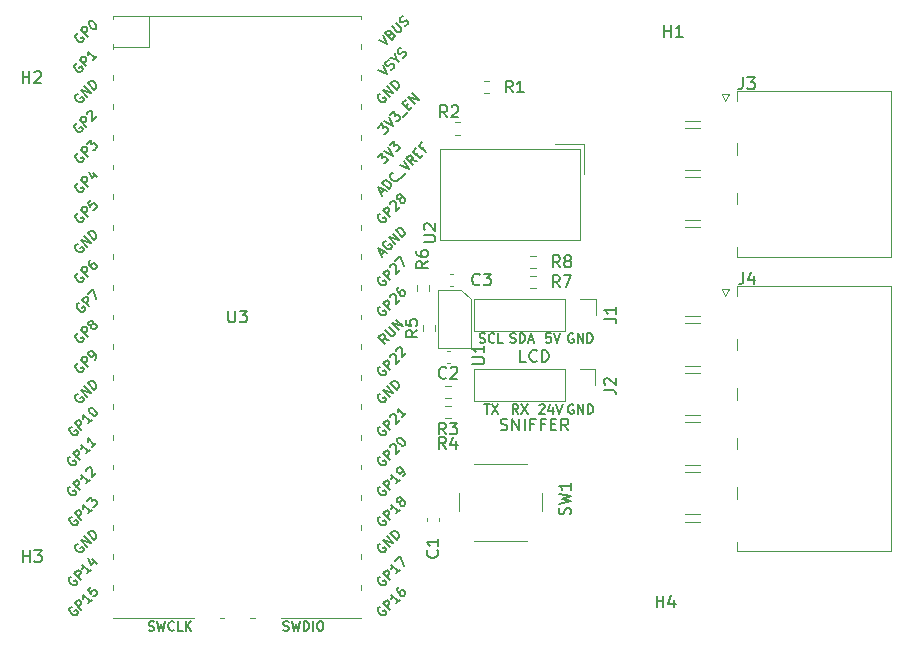
<source format=gbr>
%TF.GenerationSoftware,KiCad,Pcbnew,8.99.0-1891-ge2bd76bdce*%
%TF.CreationDate,2024-09-02T10:31:20+03:00*%
%TF.ProjectId,diagnostic_tester,64696167-6e6f-4737-9469-635f74657374,rev?*%
%TF.SameCoordinates,Original*%
%TF.FileFunction,Legend,Top*%
%TF.FilePolarity,Positive*%
%FSLAX46Y46*%
G04 Gerber Fmt 4.6, Leading zero omitted, Abs format (unit mm)*
G04 Created by KiCad (PCBNEW 8.99.0-1891-ge2bd76bdce) date 2024-09-02 10:31:20*
%MOMM*%
%LPD*%
G01*
G04 APERTURE LIST*
%ADD10C,0.200000*%
%ADD11C,0.150000*%
%ADD12C,0.120000*%
G04 APERTURE END LIST*
D10*
X90503006Y-64951695D02*
X90122054Y-64951695D01*
X90122054Y-64951695D02*
X90083958Y-65332647D01*
X90083958Y-65332647D02*
X90122054Y-65294552D01*
X90122054Y-65294552D02*
X90198244Y-65256457D01*
X90198244Y-65256457D02*
X90388720Y-65256457D01*
X90388720Y-65256457D02*
X90464911Y-65294552D01*
X90464911Y-65294552D02*
X90503006Y-65332647D01*
X90503006Y-65332647D02*
X90541101Y-65408838D01*
X90541101Y-65408838D02*
X90541101Y-65599314D01*
X90541101Y-65599314D02*
X90503006Y-65675504D01*
X90503006Y-65675504D02*
X90464911Y-65713600D01*
X90464911Y-65713600D02*
X90388720Y-65751695D01*
X90388720Y-65751695D02*
X90198244Y-65751695D01*
X90198244Y-65751695D02*
X90122054Y-65713600D01*
X90122054Y-65713600D02*
X90083958Y-65675504D01*
X90769673Y-64951695D02*
X91036340Y-65751695D01*
X91036340Y-65751695D02*
X91303006Y-64951695D01*
X92401101Y-64989790D02*
X92324911Y-64951695D01*
X92324911Y-64951695D02*
X92210625Y-64951695D01*
X92210625Y-64951695D02*
X92096339Y-64989790D01*
X92096339Y-64989790D02*
X92020149Y-65065980D01*
X92020149Y-65065980D02*
X91982054Y-65142171D01*
X91982054Y-65142171D02*
X91943958Y-65294552D01*
X91943958Y-65294552D02*
X91943958Y-65408838D01*
X91943958Y-65408838D02*
X91982054Y-65561219D01*
X91982054Y-65561219D02*
X92020149Y-65637409D01*
X92020149Y-65637409D02*
X92096339Y-65713600D01*
X92096339Y-65713600D02*
X92210625Y-65751695D01*
X92210625Y-65751695D02*
X92286816Y-65751695D01*
X92286816Y-65751695D02*
X92401101Y-65713600D01*
X92401101Y-65713600D02*
X92439197Y-65675504D01*
X92439197Y-65675504D02*
X92439197Y-65408838D01*
X92439197Y-65408838D02*
X92286816Y-65408838D01*
X92782054Y-65751695D02*
X92782054Y-64951695D01*
X92782054Y-64951695D02*
X93239197Y-65751695D01*
X93239197Y-65751695D02*
X93239197Y-64951695D01*
X93620149Y-65751695D02*
X93620149Y-64951695D01*
X93620149Y-64951695D02*
X93810625Y-64951695D01*
X93810625Y-64951695D02*
X93924911Y-64989790D01*
X93924911Y-64989790D02*
X94001101Y-65065980D01*
X94001101Y-65065980D02*
X94039196Y-65142171D01*
X94039196Y-65142171D02*
X94077292Y-65294552D01*
X94077292Y-65294552D02*
X94077292Y-65408838D01*
X94077292Y-65408838D02*
X94039196Y-65561219D01*
X94039196Y-65561219D02*
X94001101Y-65637409D01*
X94001101Y-65637409D02*
X93924911Y-65713600D01*
X93924911Y-65713600D02*
X93810625Y-65751695D01*
X93810625Y-65751695D02*
X93620149Y-65751695D01*
X89533958Y-71037885D02*
X89572054Y-70999790D01*
X89572054Y-70999790D02*
X89648244Y-70961695D01*
X89648244Y-70961695D02*
X89838720Y-70961695D01*
X89838720Y-70961695D02*
X89914911Y-70999790D01*
X89914911Y-70999790D02*
X89953006Y-71037885D01*
X89953006Y-71037885D02*
X89991101Y-71114076D01*
X89991101Y-71114076D02*
X89991101Y-71190266D01*
X89991101Y-71190266D02*
X89953006Y-71304552D01*
X89953006Y-71304552D02*
X89495863Y-71761695D01*
X89495863Y-71761695D02*
X89991101Y-71761695D01*
X90676816Y-71228361D02*
X90676816Y-71761695D01*
X90486340Y-70923600D02*
X90295863Y-71495028D01*
X90295863Y-71495028D02*
X90791102Y-71495028D01*
X90981578Y-70961695D02*
X91248245Y-71761695D01*
X91248245Y-71761695D02*
X91514911Y-70961695D01*
X92431101Y-71009790D02*
X92354911Y-70971695D01*
X92354911Y-70971695D02*
X92240625Y-70971695D01*
X92240625Y-70971695D02*
X92126339Y-71009790D01*
X92126339Y-71009790D02*
X92050149Y-71085980D01*
X92050149Y-71085980D02*
X92012054Y-71162171D01*
X92012054Y-71162171D02*
X91973958Y-71314552D01*
X91973958Y-71314552D02*
X91973958Y-71428838D01*
X91973958Y-71428838D02*
X92012054Y-71581219D01*
X92012054Y-71581219D02*
X92050149Y-71657409D01*
X92050149Y-71657409D02*
X92126339Y-71733600D01*
X92126339Y-71733600D02*
X92240625Y-71771695D01*
X92240625Y-71771695D02*
X92316816Y-71771695D01*
X92316816Y-71771695D02*
X92431101Y-71733600D01*
X92431101Y-71733600D02*
X92469197Y-71695504D01*
X92469197Y-71695504D02*
X92469197Y-71428838D01*
X92469197Y-71428838D02*
X92316816Y-71428838D01*
X92812054Y-71771695D02*
X92812054Y-70971695D01*
X92812054Y-70971695D02*
X93269197Y-71771695D01*
X93269197Y-71771695D02*
X93269197Y-70971695D01*
X93650149Y-71771695D02*
X93650149Y-70971695D01*
X93650149Y-70971695D02*
X93840625Y-70971695D01*
X93840625Y-70971695D02*
X93954911Y-71009790D01*
X93954911Y-71009790D02*
X94031101Y-71085980D01*
X94031101Y-71085980D02*
X94069196Y-71162171D01*
X94069196Y-71162171D02*
X94107292Y-71314552D01*
X94107292Y-71314552D02*
X94107292Y-71428838D01*
X94107292Y-71428838D02*
X94069196Y-71581219D01*
X94069196Y-71581219D02*
X94031101Y-71657409D01*
X94031101Y-71657409D02*
X93954911Y-71733600D01*
X93954911Y-71733600D02*
X93840625Y-71771695D01*
X93840625Y-71771695D02*
X93650149Y-71771695D01*
X87749197Y-71771695D02*
X87482530Y-71390742D01*
X87292054Y-71771695D02*
X87292054Y-70971695D01*
X87292054Y-70971695D02*
X87596816Y-70971695D01*
X87596816Y-70971695D02*
X87673006Y-71009790D01*
X87673006Y-71009790D02*
X87711101Y-71047885D01*
X87711101Y-71047885D02*
X87749197Y-71124076D01*
X87749197Y-71124076D02*
X87749197Y-71238361D01*
X87749197Y-71238361D02*
X87711101Y-71314552D01*
X87711101Y-71314552D02*
X87673006Y-71352647D01*
X87673006Y-71352647D02*
X87596816Y-71390742D01*
X87596816Y-71390742D02*
X87292054Y-71390742D01*
X88015863Y-70971695D02*
X88549197Y-71771695D01*
X88549197Y-70971695D02*
X88015863Y-71771695D01*
X84483958Y-65713600D02*
X84598244Y-65751695D01*
X84598244Y-65751695D02*
X84788720Y-65751695D01*
X84788720Y-65751695D02*
X84864911Y-65713600D01*
X84864911Y-65713600D02*
X84903006Y-65675504D01*
X84903006Y-65675504D02*
X84941101Y-65599314D01*
X84941101Y-65599314D02*
X84941101Y-65523123D01*
X84941101Y-65523123D02*
X84903006Y-65446933D01*
X84903006Y-65446933D02*
X84864911Y-65408838D01*
X84864911Y-65408838D02*
X84788720Y-65370742D01*
X84788720Y-65370742D02*
X84636339Y-65332647D01*
X84636339Y-65332647D02*
X84560149Y-65294552D01*
X84560149Y-65294552D02*
X84522054Y-65256457D01*
X84522054Y-65256457D02*
X84483958Y-65180266D01*
X84483958Y-65180266D02*
X84483958Y-65104076D01*
X84483958Y-65104076D02*
X84522054Y-65027885D01*
X84522054Y-65027885D02*
X84560149Y-64989790D01*
X84560149Y-64989790D02*
X84636339Y-64951695D01*
X84636339Y-64951695D02*
X84826816Y-64951695D01*
X84826816Y-64951695D02*
X84941101Y-64989790D01*
X85741102Y-65675504D02*
X85703006Y-65713600D01*
X85703006Y-65713600D02*
X85588721Y-65751695D01*
X85588721Y-65751695D02*
X85512530Y-65751695D01*
X85512530Y-65751695D02*
X85398244Y-65713600D01*
X85398244Y-65713600D02*
X85322054Y-65637409D01*
X85322054Y-65637409D02*
X85283959Y-65561219D01*
X85283959Y-65561219D02*
X85245863Y-65408838D01*
X85245863Y-65408838D02*
X85245863Y-65294552D01*
X85245863Y-65294552D02*
X85283959Y-65142171D01*
X85283959Y-65142171D02*
X85322054Y-65065980D01*
X85322054Y-65065980D02*
X85398244Y-64989790D01*
X85398244Y-64989790D02*
X85512530Y-64951695D01*
X85512530Y-64951695D02*
X85588721Y-64951695D01*
X85588721Y-64951695D02*
X85703006Y-64989790D01*
X85703006Y-64989790D02*
X85741102Y-65027885D01*
X86464911Y-65751695D02*
X86083959Y-65751695D01*
X86083959Y-65751695D02*
X86083959Y-64951695D01*
X86272054Y-73119600D02*
X86414911Y-73167219D01*
X86414911Y-73167219D02*
X86653006Y-73167219D01*
X86653006Y-73167219D02*
X86748244Y-73119600D01*
X86748244Y-73119600D02*
X86795863Y-73071980D01*
X86795863Y-73071980D02*
X86843482Y-72976742D01*
X86843482Y-72976742D02*
X86843482Y-72881504D01*
X86843482Y-72881504D02*
X86795863Y-72786266D01*
X86795863Y-72786266D02*
X86748244Y-72738647D01*
X86748244Y-72738647D02*
X86653006Y-72691028D01*
X86653006Y-72691028D02*
X86462530Y-72643409D01*
X86462530Y-72643409D02*
X86367292Y-72595790D01*
X86367292Y-72595790D02*
X86319673Y-72548171D01*
X86319673Y-72548171D02*
X86272054Y-72452933D01*
X86272054Y-72452933D02*
X86272054Y-72357695D01*
X86272054Y-72357695D02*
X86319673Y-72262457D01*
X86319673Y-72262457D02*
X86367292Y-72214838D01*
X86367292Y-72214838D02*
X86462530Y-72167219D01*
X86462530Y-72167219D02*
X86700625Y-72167219D01*
X86700625Y-72167219D02*
X86843482Y-72214838D01*
X87272054Y-73167219D02*
X87272054Y-72167219D01*
X87272054Y-72167219D02*
X87843482Y-73167219D01*
X87843482Y-73167219D02*
X87843482Y-72167219D01*
X88319673Y-73167219D02*
X88319673Y-72167219D01*
X89129196Y-72643409D02*
X88795863Y-72643409D01*
X88795863Y-73167219D02*
X88795863Y-72167219D01*
X88795863Y-72167219D02*
X89272053Y-72167219D01*
X89986339Y-72643409D02*
X89653006Y-72643409D01*
X89653006Y-73167219D02*
X89653006Y-72167219D01*
X89653006Y-72167219D02*
X90129196Y-72167219D01*
X90510149Y-72643409D02*
X90843482Y-72643409D01*
X90986339Y-73167219D02*
X90510149Y-73167219D01*
X90510149Y-73167219D02*
X90510149Y-72167219D01*
X90510149Y-72167219D02*
X90986339Y-72167219D01*
X91986339Y-73167219D02*
X91653006Y-72691028D01*
X91414911Y-73167219D02*
X91414911Y-72167219D01*
X91414911Y-72167219D02*
X91795863Y-72167219D01*
X91795863Y-72167219D02*
X91891101Y-72214838D01*
X91891101Y-72214838D02*
X91938720Y-72262457D01*
X91938720Y-72262457D02*
X91986339Y-72357695D01*
X91986339Y-72357695D02*
X91986339Y-72500552D01*
X91986339Y-72500552D02*
X91938720Y-72595790D01*
X91938720Y-72595790D02*
X91891101Y-72643409D01*
X91891101Y-72643409D02*
X91795863Y-72691028D01*
X91795863Y-72691028D02*
X91414911Y-72691028D01*
X88425863Y-67357219D02*
X87949673Y-67357219D01*
X87949673Y-67357219D02*
X87949673Y-66357219D01*
X89330625Y-67261980D02*
X89283006Y-67309600D01*
X89283006Y-67309600D02*
X89140149Y-67357219D01*
X89140149Y-67357219D02*
X89044911Y-67357219D01*
X89044911Y-67357219D02*
X88902054Y-67309600D01*
X88902054Y-67309600D02*
X88806816Y-67214361D01*
X88806816Y-67214361D02*
X88759197Y-67119123D01*
X88759197Y-67119123D02*
X88711578Y-66928647D01*
X88711578Y-66928647D02*
X88711578Y-66785790D01*
X88711578Y-66785790D02*
X88759197Y-66595314D01*
X88759197Y-66595314D02*
X88806816Y-66500076D01*
X88806816Y-66500076D02*
X88902054Y-66404838D01*
X88902054Y-66404838D02*
X89044911Y-66357219D01*
X89044911Y-66357219D02*
X89140149Y-66357219D01*
X89140149Y-66357219D02*
X89283006Y-66404838D01*
X89283006Y-66404838D02*
X89330625Y-66452457D01*
X89759197Y-67357219D02*
X89759197Y-66357219D01*
X89759197Y-66357219D02*
X89997292Y-66357219D01*
X89997292Y-66357219D02*
X90140149Y-66404838D01*
X90140149Y-66404838D02*
X90235387Y-66500076D01*
X90235387Y-66500076D02*
X90283006Y-66595314D01*
X90283006Y-66595314D02*
X90330625Y-66785790D01*
X90330625Y-66785790D02*
X90330625Y-66928647D01*
X90330625Y-66928647D02*
X90283006Y-67119123D01*
X90283006Y-67119123D02*
X90235387Y-67214361D01*
X90235387Y-67214361D02*
X90140149Y-67309600D01*
X90140149Y-67309600D02*
X89997292Y-67357219D01*
X89997292Y-67357219D02*
X89759197Y-67357219D01*
X87083958Y-65713600D02*
X87198244Y-65751695D01*
X87198244Y-65751695D02*
X87388720Y-65751695D01*
X87388720Y-65751695D02*
X87464911Y-65713600D01*
X87464911Y-65713600D02*
X87503006Y-65675504D01*
X87503006Y-65675504D02*
X87541101Y-65599314D01*
X87541101Y-65599314D02*
X87541101Y-65523123D01*
X87541101Y-65523123D02*
X87503006Y-65446933D01*
X87503006Y-65446933D02*
X87464911Y-65408838D01*
X87464911Y-65408838D02*
X87388720Y-65370742D01*
X87388720Y-65370742D02*
X87236339Y-65332647D01*
X87236339Y-65332647D02*
X87160149Y-65294552D01*
X87160149Y-65294552D02*
X87122054Y-65256457D01*
X87122054Y-65256457D02*
X87083958Y-65180266D01*
X87083958Y-65180266D02*
X87083958Y-65104076D01*
X87083958Y-65104076D02*
X87122054Y-65027885D01*
X87122054Y-65027885D02*
X87160149Y-64989790D01*
X87160149Y-64989790D02*
X87236339Y-64951695D01*
X87236339Y-64951695D02*
X87426816Y-64951695D01*
X87426816Y-64951695D02*
X87541101Y-64989790D01*
X87883959Y-65751695D02*
X87883959Y-64951695D01*
X87883959Y-64951695D02*
X88074435Y-64951695D01*
X88074435Y-64951695D02*
X88188721Y-64989790D01*
X88188721Y-64989790D02*
X88264911Y-65065980D01*
X88264911Y-65065980D02*
X88303006Y-65142171D01*
X88303006Y-65142171D02*
X88341102Y-65294552D01*
X88341102Y-65294552D02*
X88341102Y-65408838D01*
X88341102Y-65408838D02*
X88303006Y-65561219D01*
X88303006Y-65561219D02*
X88264911Y-65637409D01*
X88264911Y-65637409D02*
X88188721Y-65713600D01*
X88188721Y-65713600D02*
X88074435Y-65751695D01*
X88074435Y-65751695D02*
X87883959Y-65751695D01*
X88645863Y-65523123D02*
X89026816Y-65523123D01*
X88569673Y-65751695D02*
X88836340Y-64951695D01*
X88836340Y-64951695D02*
X89103006Y-65751695D01*
X84887768Y-70971695D02*
X85344911Y-70971695D01*
X85116339Y-71771695D02*
X85116339Y-70971695D01*
X85535387Y-70971695D02*
X86068721Y-71771695D01*
X86068721Y-70971695D02*
X85535387Y-71771695D01*
D11*
X106796666Y-59804819D02*
X106796666Y-60519104D01*
X106796666Y-60519104D02*
X106749047Y-60661961D01*
X106749047Y-60661961D02*
X106653809Y-60757200D01*
X106653809Y-60757200D02*
X106510952Y-60804819D01*
X106510952Y-60804819D02*
X106415714Y-60804819D01*
X107701428Y-60138152D02*
X107701428Y-60804819D01*
X107463333Y-59757200D02*
X107225238Y-60471485D01*
X107225238Y-60471485D02*
X107844285Y-60471485D01*
X92147200Y-80293332D02*
X92194819Y-80150475D01*
X92194819Y-80150475D02*
X92194819Y-79912380D01*
X92194819Y-79912380D02*
X92147200Y-79817142D01*
X92147200Y-79817142D02*
X92099580Y-79769523D01*
X92099580Y-79769523D02*
X92004342Y-79721904D01*
X92004342Y-79721904D02*
X91909104Y-79721904D01*
X91909104Y-79721904D02*
X91813866Y-79769523D01*
X91813866Y-79769523D02*
X91766247Y-79817142D01*
X91766247Y-79817142D02*
X91718628Y-79912380D01*
X91718628Y-79912380D02*
X91671009Y-80102856D01*
X91671009Y-80102856D02*
X91623390Y-80198094D01*
X91623390Y-80198094D02*
X91575771Y-80245713D01*
X91575771Y-80245713D02*
X91480533Y-80293332D01*
X91480533Y-80293332D02*
X91385295Y-80293332D01*
X91385295Y-80293332D02*
X91290057Y-80245713D01*
X91290057Y-80245713D02*
X91242438Y-80198094D01*
X91242438Y-80198094D02*
X91194819Y-80102856D01*
X91194819Y-80102856D02*
X91194819Y-79864761D01*
X91194819Y-79864761D02*
X91242438Y-79721904D01*
X91194819Y-79388570D02*
X92194819Y-79150475D01*
X92194819Y-79150475D02*
X91480533Y-78959999D01*
X91480533Y-78959999D02*
X92194819Y-78769523D01*
X92194819Y-78769523D02*
X91194819Y-78531428D01*
X92194819Y-77626666D02*
X92194819Y-78198094D01*
X92194819Y-77912380D02*
X91194819Y-77912380D01*
X91194819Y-77912380D02*
X91337676Y-78007618D01*
X91337676Y-78007618D02*
X91432914Y-78102856D01*
X91432914Y-78102856D02*
X91480533Y-78198094D01*
X80114819Y-58856666D02*
X79638628Y-59189999D01*
X80114819Y-59428094D02*
X79114819Y-59428094D01*
X79114819Y-59428094D02*
X79114819Y-59047142D01*
X79114819Y-59047142D02*
X79162438Y-58951904D01*
X79162438Y-58951904D02*
X79210057Y-58904285D01*
X79210057Y-58904285D02*
X79305295Y-58856666D01*
X79305295Y-58856666D02*
X79448152Y-58856666D01*
X79448152Y-58856666D02*
X79543390Y-58904285D01*
X79543390Y-58904285D02*
X79591009Y-58951904D01*
X79591009Y-58951904D02*
X79638628Y-59047142D01*
X79638628Y-59047142D02*
X79638628Y-59428094D01*
X79114819Y-57999523D02*
X79114819Y-58189999D01*
X79114819Y-58189999D02*
X79162438Y-58285237D01*
X79162438Y-58285237D02*
X79210057Y-58332856D01*
X79210057Y-58332856D02*
X79352914Y-58428094D01*
X79352914Y-58428094D02*
X79543390Y-58475713D01*
X79543390Y-58475713D02*
X79924342Y-58475713D01*
X79924342Y-58475713D02*
X80019580Y-58428094D01*
X80019580Y-58428094D02*
X80067200Y-58380475D01*
X80067200Y-58380475D02*
X80114819Y-58285237D01*
X80114819Y-58285237D02*
X80114819Y-58094761D01*
X80114819Y-58094761D02*
X80067200Y-57999523D01*
X80067200Y-57999523D02*
X80019580Y-57951904D01*
X80019580Y-57951904D02*
X79924342Y-57904285D01*
X79924342Y-57904285D02*
X79686247Y-57904285D01*
X79686247Y-57904285D02*
X79591009Y-57951904D01*
X79591009Y-57951904D02*
X79543390Y-57999523D01*
X79543390Y-57999523D02*
X79495771Y-58094761D01*
X79495771Y-58094761D02*
X79495771Y-58285237D01*
X79495771Y-58285237D02*
X79543390Y-58380475D01*
X79543390Y-58380475D02*
X79591009Y-58428094D01*
X79591009Y-58428094D02*
X79686247Y-58475713D01*
X100118095Y-39844819D02*
X100118095Y-38844819D01*
X100118095Y-39321009D02*
X100689523Y-39321009D01*
X100689523Y-39844819D02*
X100689523Y-38844819D01*
X101689523Y-39844819D02*
X101118095Y-39844819D01*
X101403809Y-39844819D02*
X101403809Y-38844819D01*
X101403809Y-38844819D02*
X101308571Y-38987676D01*
X101308571Y-38987676D02*
X101213333Y-39082914D01*
X101213333Y-39082914D02*
X101118095Y-39130533D01*
X45828095Y-84334819D02*
X45828095Y-83334819D01*
X45828095Y-83811009D02*
X46399523Y-83811009D01*
X46399523Y-84334819D02*
X46399523Y-83334819D01*
X46780476Y-83334819D02*
X47399523Y-83334819D01*
X47399523Y-83334819D02*
X47066190Y-83715771D01*
X47066190Y-83715771D02*
X47209047Y-83715771D01*
X47209047Y-83715771D02*
X47304285Y-83763390D01*
X47304285Y-83763390D02*
X47351904Y-83811009D01*
X47351904Y-83811009D02*
X47399523Y-83906247D01*
X47399523Y-83906247D02*
X47399523Y-84144342D01*
X47399523Y-84144342D02*
X47351904Y-84239580D01*
X47351904Y-84239580D02*
X47304285Y-84287200D01*
X47304285Y-84287200D02*
X47209047Y-84334819D01*
X47209047Y-84334819D02*
X46923333Y-84334819D01*
X46923333Y-84334819D02*
X46828095Y-84287200D01*
X46828095Y-84287200D02*
X46780476Y-84239580D01*
X95054819Y-63723333D02*
X95769104Y-63723333D01*
X95769104Y-63723333D02*
X95911961Y-63770952D01*
X95911961Y-63770952D02*
X96007200Y-63866190D01*
X96007200Y-63866190D02*
X96054819Y-64009047D01*
X96054819Y-64009047D02*
X96054819Y-64104285D01*
X96054819Y-62723333D02*
X96054819Y-63294761D01*
X96054819Y-63009047D02*
X95054819Y-63009047D01*
X95054819Y-63009047D02*
X95197676Y-63104285D01*
X95197676Y-63104285D02*
X95292914Y-63199523D01*
X95292914Y-63199523D02*
X95340533Y-63294761D01*
X84493333Y-60799580D02*
X84445714Y-60847200D01*
X84445714Y-60847200D02*
X84302857Y-60894819D01*
X84302857Y-60894819D02*
X84207619Y-60894819D01*
X84207619Y-60894819D02*
X84064762Y-60847200D01*
X84064762Y-60847200D02*
X83969524Y-60751961D01*
X83969524Y-60751961D02*
X83921905Y-60656723D01*
X83921905Y-60656723D02*
X83874286Y-60466247D01*
X83874286Y-60466247D02*
X83874286Y-60323390D01*
X83874286Y-60323390D02*
X83921905Y-60132914D01*
X83921905Y-60132914D02*
X83969524Y-60037676D01*
X83969524Y-60037676D02*
X84064762Y-59942438D01*
X84064762Y-59942438D02*
X84207619Y-59894819D01*
X84207619Y-59894819D02*
X84302857Y-59894819D01*
X84302857Y-59894819D02*
X84445714Y-59942438D01*
X84445714Y-59942438D02*
X84493333Y-59990057D01*
X84826667Y-59894819D02*
X85445714Y-59894819D01*
X85445714Y-59894819D02*
X85112381Y-60275771D01*
X85112381Y-60275771D02*
X85255238Y-60275771D01*
X85255238Y-60275771D02*
X85350476Y-60323390D01*
X85350476Y-60323390D02*
X85398095Y-60371009D01*
X85398095Y-60371009D02*
X85445714Y-60466247D01*
X85445714Y-60466247D02*
X85445714Y-60704342D01*
X85445714Y-60704342D02*
X85398095Y-60799580D01*
X85398095Y-60799580D02*
X85350476Y-60847200D01*
X85350476Y-60847200D02*
X85255238Y-60894819D01*
X85255238Y-60894819D02*
X84969524Y-60894819D01*
X84969524Y-60894819D02*
X84874286Y-60847200D01*
X84874286Y-60847200D02*
X84826667Y-60799580D01*
X80899580Y-83321666D02*
X80947200Y-83369285D01*
X80947200Y-83369285D02*
X80994819Y-83512142D01*
X80994819Y-83512142D02*
X80994819Y-83607380D01*
X80994819Y-83607380D02*
X80947200Y-83750237D01*
X80947200Y-83750237D02*
X80851961Y-83845475D01*
X80851961Y-83845475D02*
X80756723Y-83893094D01*
X80756723Y-83893094D02*
X80566247Y-83940713D01*
X80566247Y-83940713D02*
X80423390Y-83940713D01*
X80423390Y-83940713D02*
X80232914Y-83893094D01*
X80232914Y-83893094D02*
X80137676Y-83845475D01*
X80137676Y-83845475D02*
X80042438Y-83750237D01*
X80042438Y-83750237D02*
X79994819Y-83607380D01*
X79994819Y-83607380D02*
X79994819Y-83512142D01*
X79994819Y-83512142D02*
X80042438Y-83369285D01*
X80042438Y-83369285D02*
X80090057Y-83321666D01*
X80994819Y-82369285D02*
X80994819Y-82940713D01*
X80994819Y-82654999D02*
X79994819Y-82654999D01*
X79994819Y-82654999D02*
X80137676Y-82750237D01*
X80137676Y-82750237D02*
X80232914Y-82845475D01*
X80232914Y-82845475D02*
X80280533Y-82940713D01*
X81633333Y-74744819D02*
X81300000Y-74268628D01*
X81061905Y-74744819D02*
X81061905Y-73744819D01*
X81061905Y-73744819D02*
X81442857Y-73744819D01*
X81442857Y-73744819D02*
X81538095Y-73792438D01*
X81538095Y-73792438D02*
X81585714Y-73840057D01*
X81585714Y-73840057D02*
X81633333Y-73935295D01*
X81633333Y-73935295D02*
X81633333Y-74078152D01*
X81633333Y-74078152D02*
X81585714Y-74173390D01*
X81585714Y-74173390D02*
X81538095Y-74221009D01*
X81538095Y-74221009D02*
X81442857Y-74268628D01*
X81442857Y-74268628D02*
X81061905Y-74268628D01*
X82490476Y-74078152D02*
X82490476Y-74744819D01*
X82252381Y-73697200D02*
X82014286Y-74411485D01*
X82014286Y-74411485D02*
X82633333Y-74411485D01*
X79224819Y-64691666D02*
X78748628Y-65024999D01*
X79224819Y-65263094D02*
X78224819Y-65263094D01*
X78224819Y-65263094D02*
X78224819Y-64882142D01*
X78224819Y-64882142D02*
X78272438Y-64786904D01*
X78272438Y-64786904D02*
X78320057Y-64739285D01*
X78320057Y-64739285D02*
X78415295Y-64691666D01*
X78415295Y-64691666D02*
X78558152Y-64691666D01*
X78558152Y-64691666D02*
X78653390Y-64739285D01*
X78653390Y-64739285D02*
X78701009Y-64786904D01*
X78701009Y-64786904D02*
X78748628Y-64882142D01*
X78748628Y-64882142D02*
X78748628Y-65263094D01*
X78224819Y-63786904D02*
X78224819Y-64263094D01*
X78224819Y-64263094D02*
X78701009Y-64310713D01*
X78701009Y-64310713D02*
X78653390Y-64263094D01*
X78653390Y-64263094D02*
X78605771Y-64167856D01*
X78605771Y-64167856D02*
X78605771Y-63929761D01*
X78605771Y-63929761D02*
X78653390Y-63834523D01*
X78653390Y-63834523D02*
X78701009Y-63786904D01*
X78701009Y-63786904D02*
X78796247Y-63739285D01*
X78796247Y-63739285D02*
X79034342Y-63739285D01*
X79034342Y-63739285D02*
X79129580Y-63786904D01*
X79129580Y-63786904D02*
X79177200Y-63834523D01*
X79177200Y-63834523D02*
X79224819Y-63929761D01*
X79224819Y-63929761D02*
X79224819Y-64167856D01*
X79224819Y-64167856D02*
X79177200Y-64263094D01*
X79177200Y-64263094D02*
X79129580Y-64310713D01*
X91283333Y-59364819D02*
X90950000Y-58888628D01*
X90711905Y-59364819D02*
X90711905Y-58364819D01*
X90711905Y-58364819D02*
X91092857Y-58364819D01*
X91092857Y-58364819D02*
X91188095Y-58412438D01*
X91188095Y-58412438D02*
X91235714Y-58460057D01*
X91235714Y-58460057D02*
X91283333Y-58555295D01*
X91283333Y-58555295D02*
X91283333Y-58698152D01*
X91283333Y-58698152D02*
X91235714Y-58793390D01*
X91235714Y-58793390D02*
X91188095Y-58841009D01*
X91188095Y-58841009D02*
X91092857Y-58888628D01*
X91092857Y-58888628D02*
X90711905Y-58888628D01*
X91854762Y-58793390D02*
X91759524Y-58745771D01*
X91759524Y-58745771D02*
X91711905Y-58698152D01*
X91711905Y-58698152D02*
X91664286Y-58602914D01*
X91664286Y-58602914D02*
X91664286Y-58555295D01*
X91664286Y-58555295D02*
X91711905Y-58460057D01*
X91711905Y-58460057D02*
X91759524Y-58412438D01*
X91759524Y-58412438D02*
X91854762Y-58364819D01*
X91854762Y-58364819D02*
X92045238Y-58364819D01*
X92045238Y-58364819D02*
X92140476Y-58412438D01*
X92140476Y-58412438D02*
X92188095Y-58460057D01*
X92188095Y-58460057D02*
X92235714Y-58555295D01*
X92235714Y-58555295D02*
X92235714Y-58602914D01*
X92235714Y-58602914D02*
X92188095Y-58698152D01*
X92188095Y-58698152D02*
X92140476Y-58745771D01*
X92140476Y-58745771D02*
X92045238Y-58793390D01*
X92045238Y-58793390D02*
X91854762Y-58793390D01*
X91854762Y-58793390D02*
X91759524Y-58841009D01*
X91759524Y-58841009D02*
X91711905Y-58888628D01*
X91711905Y-58888628D02*
X91664286Y-58983866D01*
X91664286Y-58983866D02*
X91664286Y-59174342D01*
X91664286Y-59174342D02*
X91711905Y-59269580D01*
X91711905Y-59269580D02*
X91759524Y-59317200D01*
X91759524Y-59317200D02*
X91854762Y-59364819D01*
X91854762Y-59364819D02*
X92045238Y-59364819D01*
X92045238Y-59364819D02*
X92140476Y-59317200D01*
X92140476Y-59317200D02*
X92188095Y-59269580D01*
X92188095Y-59269580D02*
X92235714Y-59174342D01*
X92235714Y-59174342D02*
X92235714Y-58983866D01*
X92235714Y-58983866D02*
X92188095Y-58888628D01*
X92188095Y-58888628D02*
X92140476Y-58841009D01*
X92140476Y-58841009D02*
X92045238Y-58793390D01*
X83874819Y-67561904D02*
X84684342Y-67561904D01*
X84684342Y-67561904D02*
X84779580Y-67514285D01*
X84779580Y-67514285D02*
X84827200Y-67466666D01*
X84827200Y-67466666D02*
X84874819Y-67371428D01*
X84874819Y-67371428D02*
X84874819Y-67180952D01*
X84874819Y-67180952D02*
X84827200Y-67085714D01*
X84827200Y-67085714D02*
X84779580Y-67038095D01*
X84779580Y-67038095D02*
X84684342Y-66990476D01*
X84684342Y-66990476D02*
X83874819Y-66990476D01*
X84874819Y-65990476D02*
X84874819Y-66561904D01*
X84874819Y-66276190D02*
X83874819Y-66276190D01*
X83874819Y-66276190D02*
X84017676Y-66371428D01*
X84017676Y-66371428D02*
X84112914Y-66466666D01*
X84112914Y-66466666D02*
X84160533Y-66561904D01*
X79744819Y-57211904D02*
X80554342Y-57211904D01*
X80554342Y-57211904D02*
X80649580Y-57164285D01*
X80649580Y-57164285D02*
X80697200Y-57116666D01*
X80697200Y-57116666D02*
X80744819Y-57021428D01*
X80744819Y-57021428D02*
X80744819Y-56830952D01*
X80744819Y-56830952D02*
X80697200Y-56735714D01*
X80697200Y-56735714D02*
X80649580Y-56688095D01*
X80649580Y-56688095D02*
X80554342Y-56640476D01*
X80554342Y-56640476D02*
X79744819Y-56640476D01*
X79840057Y-56211904D02*
X79792438Y-56164285D01*
X79792438Y-56164285D02*
X79744819Y-56069047D01*
X79744819Y-56069047D02*
X79744819Y-55830952D01*
X79744819Y-55830952D02*
X79792438Y-55735714D01*
X79792438Y-55735714D02*
X79840057Y-55688095D01*
X79840057Y-55688095D02*
X79935295Y-55640476D01*
X79935295Y-55640476D02*
X80030533Y-55640476D01*
X80030533Y-55640476D02*
X80173390Y-55688095D01*
X80173390Y-55688095D02*
X80744819Y-56259523D01*
X80744819Y-56259523D02*
X80744819Y-55640476D01*
X95024819Y-69743333D02*
X95739104Y-69743333D01*
X95739104Y-69743333D02*
X95881961Y-69790952D01*
X95881961Y-69790952D02*
X95977200Y-69886190D01*
X95977200Y-69886190D02*
X96024819Y-70029047D01*
X96024819Y-70029047D02*
X96024819Y-70124285D01*
X95120057Y-69314761D02*
X95072438Y-69267142D01*
X95072438Y-69267142D02*
X95024819Y-69171904D01*
X95024819Y-69171904D02*
X95024819Y-68933809D01*
X95024819Y-68933809D02*
X95072438Y-68838571D01*
X95072438Y-68838571D02*
X95120057Y-68790952D01*
X95120057Y-68790952D02*
X95215295Y-68743333D01*
X95215295Y-68743333D02*
X95310533Y-68743333D01*
X95310533Y-68743333D02*
X95453390Y-68790952D01*
X95453390Y-68790952D02*
X96024819Y-69362380D01*
X96024819Y-69362380D02*
X96024819Y-68743333D01*
X106776666Y-43284819D02*
X106776666Y-43999104D01*
X106776666Y-43999104D02*
X106729047Y-44141961D01*
X106729047Y-44141961D02*
X106633809Y-44237200D01*
X106633809Y-44237200D02*
X106490952Y-44284819D01*
X106490952Y-44284819D02*
X106395714Y-44284819D01*
X107157619Y-43284819D02*
X107776666Y-43284819D01*
X107776666Y-43284819D02*
X107443333Y-43665771D01*
X107443333Y-43665771D02*
X107586190Y-43665771D01*
X107586190Y-43665771D02*
X107681428Y-43713390D01*
X107681428Y-43713390D02*
X107729047Y-43761009D01*
X107729047Y-43761009D02*
X107776666Y-43856247D01*
X107776666Y-43856247D02*
X107776666Y-44094342D01*
X107776666Y-44094342D02*
X107729047Y-44189580D01*
X107729047Y-44189580D02*
X107681428Y-44237200D01*
X107681428Y-44237200D02*
X107586190Y-44284819D01*
X107586190Y-44284819D02*
X107300476Y-44284819D01*
X107300476Y-44284819D02*
X107205238Y-44237200D01*
X107205238Y-44237200D02*
X107157619Y-44189580D01*
X87283333Y-44564819D02*
X86950000Y-44088628D01*
X86711905Y-44564819D02*
X86711905Y-43564819D01*
X86711905Y-43564819D02*
X87092857Y-43564819D01*
X87092857Y-43564819D02*
X87188095Y-43612438D01*
X87188095Y-43612438D02*
X87235714Y-43660057D01*
X87235714Y-43660057D02*
X87283333Y-43755295D01*
X87283333Y-43755295D02*
X87283333Y-43898152D01*
X87283333Y-43898152D02*
X87235714Y-43993390D01*
X87235714Y-43993390D02*
X87188095Y-44041009D01*
X87188095Y-44041009D02*
X87092857Y-44088628D01*
X87092857Y-44088628D02*
X86711905Y-44088628D01*
X88235714Y-44564819D02*
X87664286Y-44564819D01*
X87950000Y-44564819D02*
X87950000Y-43564819D01*
X87950000Y-43564819D02*
X87854762Y-43707676D01*
X87854762Y-43707676D02*
X87759524Y-43802914D01*
X87759524Y-43802914D02*
X87664286Y-43850533D01*
X81733333Y-46664819D02*
X81400000Y-46188628D01*
X81161905Y-46664819D02*
X81161905Y-45664819D01*
X81161905Y-45664819D02*
X81542857Y-45664819D01*
X81542857Y-45664819D02*
X81638095Y-45712438D01*
X81638095Y-45712438D02*
X81685714Y-45760057D01*
X81685714Y-45760057D02*
X81733333Y-45855295D01*
X81733333Y-45855295D02*
X81733333Y-45998152D01*
X81733333Y-45998152D02*
X81685714Y-46093390D01*
X81685714Y-46093390D02*
X81638095Y-46141009D01*
X81638095Y-46141009D02*
X81542857Y-46188628D01*
X81542857Y-46188628D02*
X81161905Y-46188628D01*
X82114286Y-45760057D02*
X82161905Y-45712438D01*
X82161905Y-45712438D02*
X82257143Y-45664819D01*
X82257143Y-45664819D02*
X82495238Y-45664819D01*
X82495238Y-45664819D02*
X82590476Y-45712438D01*
X82590476Y-45712438D02*
X82638095Y-45760057D01*
X82638095Y-45760057D02*
X82685714Y-45855295D01*
X82685714Y-45855295D02*
X82685714Y-45950533D01*
X82685714Y-45950533D02*
X82638095Y-46093390D01*
X82638095Y-46093390D02*
X82066667Y-46664819D01*
X82066667Y-46664819D02*
X82685714Y-46664819D01*
X81653333Y-68699580D02*
X81605714Y-68747200D01*
X81605714Y-68747200D02*
X81462857Y-68794819D01*
X81462857Y-68794819D02*
X81367619Y-68794819D01*
X81367619Y-68794819D02*
X81224762Y-68747200D01*
X81224762Y-68747200D02*
X81129524Y-68651961D01*
X81129524Y-68651961D02*
X81081905Y-68556723D01*
X81081905Y-68556723D02*
X81034286Y-68366247D01*
X81034286Y-68366247D02*
X81034286Y-68223390D01*
X81034286Y-68223390D02*
X81081905Y-68032914D01*
X81081905Y-68032914D02*
X81129524Y-67937676D01*
X81129524Y-67937676D02*
X81224762Y-67842438D01*
X81224762Y-67842438D02*
X81367619Y-67794819D01*
X81367619Y-67794819D02*
X81462857Y-67794819D01*
X81462857Y-67794819D02*
X81605714Y-67842438D01*
X81605714Y-67842438D02*
X81653333Y-67890057D01*
X82034286Y-67890057D02*
X82081905Y-67842438D01*
X82081905Y-67842438D02*
X82177143Y-67794819D01*
X82177143Y-67794819D02*
X82415238Y-67794819D01*
X82415238Y-67794819D02*
X82510476Y-67842438D01*
X82510476Y-67842438D02*
X82558095Y-67890057D01*
X82558095Y-67890057D02*
X82605714Y-67985295D01*
X82605714Y-67985295D02*
X82605714Y-68080533D01*
X82605714Y-68080533D02*
X82558095Y-68223390D01*
X82558095Y-68223390D02*
X81986667Y-68794819D01*
X81986667Y-68794819D02*
X82605714Y-68794819D01*
X99468095Y-88164819D02*
X99468095Y-87164819D01*
X99468095Y-87641009D02*
X100039523Y-87641009D01*
X100039523Y-88164819D02*
X100039523Y-87164819D01*
X100944285Y-87498152D02*
X100944285Y-88164819D01*
X100706190Y-87117200D02*
X100468095Y-87831485D01*
X100468095Y-87831485D02*
X101087142Y-87831485D01*
X91263333Y-61044819D02*
X90930000Y-60568628D01*
X90691905Y-61044819D02*
X90691905Y-60044819D01*
X90691905Y-60044819D02*
X91072857Y-60044819D01*
X91072857Y-60044819D02*
X91168095Y-60092438D01*
X91168095Y-60092438D02*
X91215714Y-60140057D01*
X91215714Y-60140057D02*
X91263333Y-60235295D01*
X91263333Y-60235295D02*
X91263333Y-60378152D01*
X91263333Y-60378152D02*
X91215714Y-60473390D01*
X91215714Y-60473390D02*
X91168095Y-60521009D01*
X91168095Y-60521009D02*
X91072857Y-60568628D01*
X91072857Y-60568628D02*
X90691905Y-60568628D01*
X91596667Y-60044819D02*
X92263333Y-60044819D01*
X92263333Y-60044819D02*
X91834762Y-61044819D01*
X81628333Y-73514819D02*
X81295000Y-73038628D01*
X81056905Y-73514819D02*
X81056905Y-72514819D01*
X81056905Y-72514819D02*
X81437857Y-72514819D01*
X81437857Y-72514819D02*
X81533095Y-72562438D01*
X81533095Y-72562438D02*
X81580714Y-72610057D01*
X81580714Y-72610057D02*
X81628333Y-72705295D01*
X81628333Y-72705295D02*
X81628333Y-72848152D01*
X81628333Y-72848152D02*
X81580714Y-72943390D01*
X81580714Y-72943390D02*
X81533095Y-72991009D01*
X81533095Y-72991009D02*
X81437857Y-73038628D01*
X81437857Y-73038628D02*
X81056905Y-73038628D01*
X81961667Y-72514819D02*
X82580714Y-72514819D01*
X82580714Y-72514819D02*
X82247381Y-72895771D01*
X82247381Y-72895771D02*
X82390238Y-72895771D01*
X82390238Y-72895771D02*
X82485476Y-72943390D01*
X82485476Y-72943390D02*
X82533095Y-72991009D01*
X82533095Y-72991009D02*
X82580714Y-73086247D01*
X82580714Y-73086247D02*
X82580714Y-73324342D01*
X82580714Y-73324342D02*
X82533095Y-73419580D01*
X82533095Y-73419580D02*
X82485476Y-73467200D01*
X82485476Y-73467200D02*
X82390238Y-73514819D01*
X82390238Y-73514819D02*
X82104524Y-73514819D01*
X82104524Y-73514819D02*
X82009286Y-73467200D01*
X82009286Y-73467200D02*
X81961667Y-73419580D01*
X63213095Y-63024819D02*
X63213095Y-63834342D01*
X63213095Y-63834342D02*
X63260714Y-63929580D01*
X63260714Y-63929580D02*
X63308333Y-63977200D01*
X63308333Y-63977200D02*
X63403571Y-64024819D01*
X63403571Y-64024819D02*
X63594047Y-64024819D01*
X63594047Y-64024819D02*
X63689285Y-63977200D01*
X63689285Y-63977200D02*
X63736904Y-63929580D01*
X63736904Y-63929580D02*
X63784523Y-63834342D01*
X63784523Y-63834342D02*
X63784523Y-63024819D01*
X64165476Y-63024819D02*
X64784523Y-63024819D01*
X64784523Y-63024819D02*
X64451190Y-63405771D01*
X64451190Y-63405771D02*
X64594047Y-63405771D01*
X64594047Y-63405771D02*
X64689285Y-63453390D01*
X64689285Y-63453390D02*
X64736904Y-63501009D01*
X64736904Y-63501009D02*
X64784523Y-63596247D01*
X64784523Y-63596247D02*
X64784523Y-63834342D01*
X64784523Y-63834342D02*
X64736904Y-63929580D01*
X64736904Y-63929580D02*
X64689285Y-63977200D01*
X64689285Y-63977200D02*
X64594047Y-64024819D01*
X64594047Y-64024819D02*
X64308333Y-64024819D01*
X64308333Y-64024819D02*
X64213095Y-63977200D01*
X64213095Y-63977200D02*
X64165476Y-63929580D01*
X75895749Y-42640242D02*
X76649996Y-43017366D01*
X76649996Y-43017366D02*
X76272873Y-42263118D01*
X76973245Y-42640242D02*
X77080995Y-42586367D01*
X77080995Y-42586367D02*
X77215682Y-42451680D01*
X77215682Y-42451680D02*
X77242619Y-42370868D01*
X77242619Y-42370868D02*
X77242619Y-42316993D01*
X77242619Y-42316993D02*
X77215682Y-42236181D01*
X77215682Y-42236181D02*
X77161807Y-42182306D01*
X77161807Y-42182306D02*
X77080995Y-42155369D01*
X77080995Y-42155369D02*
X77027120Y-42155369D01*
X77027120Y-42155369D02*
X76946308Y-42182306D01*
X76946308Y-42182306D02*
X76811621Y-42263118D01*
X76811621Y-42263118D02*
X76730808Y-42290056D01*
X76730808Y-42290056D02*
X76676934Y-42290056D01*
X76676934Y-42290056D02*
X76596121Y-42263118D01*
X76596121Y-42263118D02*
X76542247Y-42209244D01*
X76542247Y-42209244D02*
X76515309Y-42128431D01*
X76515309Y-42128431D02*
X76515309Y-42074557D01*
X76515309Y-42074557D02*
X76542247Y-41993744D01*
X76542247Y-41993744D02*
X76676934Y-41859057D01*
X76676934Y-41859057D02*
X76784683Y-41805183D01*
X77404244Y-41724370D02*
X77673618Y-41993744D01*
X76919370Y-41616621D02*
X77404244Y-41724370D01*
X77404244Y-41724370D02*
X77296494Y-41239497D01*
X77996866Y-41616621D02*
X78104616Y-41562746D01*
X78104616Y-41562746D02*
X78239303Y-41428059D01*
X78239303Y-41428059D02*
X78266240Y-41347247D01*
X78266240Y-41347247D02*
X78266240Y-41293372D01*
X78266240Y-41293372D02*
X78239303Y-41212560D01*
X78239303Y-41212560D02*
X78185428Y-41158685D01*
X78185428Y-41158685D02*
X78104616Y-41131748D01*
X78104616Y-41131748D02*
X78050741Y-41131748D01*
X78050741Y-41131748D02*
X77969929Y-41158685D01*
X77969929Y-41158685D02*
X77835242Y-41239497D01*
X77835242Y-41239497D02*
X77754430Y-41266435D01*
X77754430Y-41266435D02*
X77700555Y-41266435D01*
X77700555Y-41266435D02*
X77619743Y-41239497D01*
X77619743Y-41239497D02*
X77565868Y-41185622D01*
X77565868Y-41185622D02*
X77538930Y-41104810D01*
X77538930Y-41104810D02*
X77538930Y-41050935D01*
X77538930Y-41050935D02*
X77565868Y-40970123D01*
X77565868Y-40970123D02*
X77700555Y-40835436D01*
X77700555Y-40835436D02*
X77808304Y-40781561D01*
X56465475Y-90094200D02*
X56579761Y-90132295D01*
X56579761Y-90132295D02*
X56770237Y-90132295D01*
X56770237Y-90132295D02*
X56846428Y-90094200D01*
X56846428Y-90094200D02*
X56884523Y-90056104D01*
X56884523Y-90056104D02*
X56922618Y-89979914D01*
X56922618Y-89979914D02*
X56922618Y-89903723D01*
X56922618Y-89903723D02*
X56884523Y-89827533D01*
X56884523Y-89827533D02*
X56846428Y-89789438D01*
X56846428Y-89789438D02*
X56770237Y-89751342D01*
X56770237Y-89751342D02*
X56617856Y-89713247D01*
X56617856Y-89713247D02*
X56541666Y-89675152D01*
X56541666Y-89675152D02*
X56503571Y-89637057D01*
X56503571Y-89637057D02*
X56465475Y-89560866D01*
X56465475Y-89560866D02*
X56465475Y-89484676D01*
X56465475Y-89484676D02*
X56503571Y-89408485D01*
X56503571Y-89408485D02*
X56541666Y-89370390D01*
X56541666Y-89370390D02*
X56617856Y-89332295D01*
X56617856Y-89332295D02*
X56808333Y-89332295D01*
X56808333Y-89332295D02*
X56922618Y-89370390D01*
X57189285Y-89332295D02*
X57379761Y-90132295D01*
X57379761Y-90132295D02*
X57532142Y-89560866D01*
X57532142Y-89560866D02*
X57684523Y-90132295D01*
X57684523Y-90132295D02*
X57875000Y-89332295D01*
X58636905Y-90056104D02*
X58598809Y-90094200D01*
X58598809Y-90094200D02*
X58484524Y-90132295D01*
X58484524Y-90132295D02*
X58408333Y-90132295D01*
X58408333Y-90132295D02*
X58294047Y-90094200D01*
X58294047Y-90094200D02*
X58217857Y-90018009D01*
X58217857Y-90018009D02*
X58179762Y-89941819D01*
X58179762Y-89941819D02*
X58141666Y-89789438D01*
X58141666Y-89789438D02*
X58141666Y-89675152D01*
X58141666Y-89675152D02*
X58179762Y-89522771D01*
X58179762Y-89522771D02*
X58217857Y-89446580D01*
X58217857Y-89446580D02*
X58294047Y-89370390D01*
X58294047Y-89370390D02*
X58408333Y-89332295D01*
X58408333Y-89332295D02*
X58484524Y-89332295D01*
X58484524Y-89332295D02*
X58598809Y-89370390D01*
X58598809Y-89370390D02*
X58636905Y-89408485D01*
X59360714Y-90132295D02*
X58979762Y-90132295D01*
X58979762Y-90132295D02*
X58979762Y-89332295D01*
X59627381Y-90132295D02*
X59627381Y-89332295D01*
X60084524Y-90132295D02*
X59741666Y-89675152D01*
X60084524Y-89332295D02*
X59627381Y-89789438D01*
X76072998Y-88090868D02*
X75992185Y-88117805D01*
X75992185Y-88117805D02*
X75911373Y-88198618D01*
X75911373Y-88198618D02*
X75857498Y-88306367D01*
X75857498Y-88306367D02*
X75857498Y-88414117D01*
X75857498Y-88414117D02*
X75884436Y-88494929D01*
X75884436Y-88494929D02*
X75965248Y-88629616D01*
X75965248Y-88629616D02*
X76046060Y-88710428D01*
X76046060Y-88710428D02*
X76180747Y-88791241D01*
X76180747Y-88791241D02*
X76261560Y-88818178D01*
X76261560Y-88818178D02*
X76369309Y-88818178D01*
X76369309Y-88818178D02*
X76477059Y-88764303D01*
X76477059Y-88764303D02*
X76530934Y-88710428D01*
X76530934Y-88710428D02*
X76584808Y-88602679D01*
X76584808Y-88602679D02*
X76584808Y-88548804D01*
X76584808Y-88548804D02*
X76396247Y-88360242D01*
X76396247Y-88360242D02*
X76288497Y-88467992D01*
X76881120Y-88360242D02*
X76315434Y-87794557D01*
X76315434Y-87794557D02*
X76530934Y-87579057D01*
X76530934Y-87579057D02*
X76611746Y-87552120D01*
X76611746Y-87552120D02*
X76665621Y-87552120D01*
X76665621Y-87552120D02*
X76746433Y-87579057D01*
X76746433Y-87579057D02*
X76827245Y-87659870D01*
X76827245Y-87659870D02*
X76854182Y-87740682D01*
X76854182Y-87740682D02*
X76854182Y-87794557D01*
X76854182Y-87794557D02*
X76827245Y-87875369D01*
X76827245Y-87875369D02*
X76611746Y-88090868D01*
X77743117Y-87498245D02*
X77419868Y-87821494D01*
X77581492Y-87659870D02*
X77015807Y-87094184D01*
X77015807Y-87094184D02*
X77042744Y-87228871D01*
X77042744Y-87228871D02*
X77042744Y-87336621D01*
X77042744Y-87336621D02*
X77015807Y-87417433D01*
X77662305Y-86447686D02*
X77554555Y-86555436D01*
X77554555Y-86555436D02*
X77527618Y-86636248D01*
X77527618Y-86636248D02*
X77527618Y-86690123D01*
X77527618Y-86690123D02*
X77554555Y-86824810D01*
X77554555Y-86824810D02*
X77635367Y-86959497D01*
X77635367Y-86959497D02*
X77850866Y-87174996D01*
X77850866Y-87174996D02*
X77931679Y-87201934D01*
X77931679Y-87201934D02*
X77985553Y-87201934D01*
X77985553Y-87201934D02*
X78066366Y-87174996D01*
X78066366Y-87174996D02*
X78174115Y-87067247D01*
X78174115Y-87067247D02*
X78201053Y-86986434D01*
X78201053Y-86986434D02*
X78201053Y-86932560D01*
X78201053Y-86932560D02*
X78174115Y-86851747D01*
X78174115Y-86851747D02*
X78039428Y-86717060D01*
X78039428Y-86717060D02*
X77958616Y-86690123D01*
X77958616Y-86690123D02*
X77904741Y-86690123D01*
X77904741Y-86690123D02*
X77823929Y-86717060D01*
X77823929Y-86717060D02*
X77716179Y-86824810D01*
X77716179Y-86824810D02*
X77689242Y-86905622D01*
X77689242Y-86905622D02*
X77689242Y-86959497D01*
X77689242Y-86959497D02*
X77716179Y-87040309D01*
X50461435Y-82768431D02*
X50380623Y-82795368D01*
X50380623Y-82795368D02*
X50299811Y-82876180D01*
X50299811Y-82876180D02*
X50245936Y-82983930D01*
X50245936Y-82983930D02*
X50245936Y-83091680D01*
X50245936Y-83091680D02*
X50272873Y-83172492D01*
X50272873Y-83172492D02*
X50353685Y-83307179D01*
X50353685Y-83307179D02*
X50434498Y-83387991D01*
X50434498Y-83387991D02*
X50569185Y-83468803D01*
X50569185Y-83468803D02*
X50649997Y-83495741D01*
X50649997Y-83495741D02*
X50757746Y-83495741D01*
X50757746Y-83495741D02*
X50865496Y-83441866D01*
X50865496Y-83441866D02*
X50919371Y-83387991D01*
X50919371Y-83387991D02*
X50973246Y-83280241D01*
X50973246Y-83280241D02*
X50973246Y-83226367D01*
X50973246Y-83226367D02*
X50784684Y-83037805D01*
X50784684Y-83037805D02*
X50676934Y-83145554D01*
X51269557Y-83037805D02*
X50703872Y-82472119D01*
X50703872Y-82472119D02*
X51592806Y-82714556D01*
X51592806Y-82714556D02*
X51027120Y-82148871D01*
X51862180Y-82445182D02*
X51296494Y-81879497D01*
X51296494Y-81879497D02*
X51431181Y-81744810D01*
X51431181Y-81744810D02*
X51538931Y-81690935D01*
X51538931Y-81690935D02*
X51646680Y-81690935D01*
X51646680Y-81690935D02*
X51727493Y-81717872D01*
X51727493Y-81717872D02*
X51862180Y-81798685D01*
X51862180Y-81798685D02*
X51942992Y-81879497D01*
X51942992Y-81879497D02*
X52023804Y-82014184D01*
X52023804Y-82014184D02*
X52050741Y-82094996D01*
X52050741Y-82094996D02*
X52050741Y-82202746D01*
X52050741Y-82202746D02*
X51996867Y-82310495D01*
X51996867Y-82310495D02*
X51862180Y-82445182D01*
X50461435Y-57368431D02*
X50380623Y-57395368D01*
X50380623Y-57395368D02*
X50299811Y-57476180D01*
X50299811Y-57476180D02*
X50245936Y-57583930D01*
X50245936Y-57583930D02*
X50245936Y-57691680D01*
X50245936Y-57691680D02*
X50272873Y-57772492D01*
X50272873Y-57772492D02*
X50353685Y-57907179D01*
X50353685Y-57907179D02*
X50434498Y-57987991D01*
X50434498Y-57987991D02*
X50569185Y-58068803D01*
X50569185Y-58068803D02*
X50649997Y-58095741D01*
X50649997Y-58095741D02*
X50757746Y-58095741D01*
X50757746Y-58095741D02*
X50865496Y-58041866D01*
X50865496Y-58041866D02*
X50919371Y-57987991D01*
X50919371Y-57987991D02*
X50973246Y-57880241D01*
X50973246Y-57880241D02*
X50973246Y-57826367D01*
X50973246Y-57826367D02*
X50784684Y-57637805D01*
X50784684Y-57637805D02*
X50676934Y-57745554D01*
X51269557Y-57637805D02*
X50703872Y-57072119D01*
X50703872Y-57072119D02*
X51592806Y-57314556D01*
X51592806Y-57314556D02*
X51027120Y-56748871D01*
X51862180Y-57045182D02*
X51296494Y-56479497D01*
X51296494Y-56479497D02*
X51431181Y-56344810D01*
X51431181Y-56344810D02*
X51538931Y-56290935D01*
X51538931Y-56290935D02*
X51646680Y-56290935D01*
X51646680Y-56290935D02*
X51727493Y-56317872D01*
X51727493Y-56317872D02*
X51862180Y-56398685D01*
X51862180Y-56398685D02*
X51942992Y-56479497D01*
X51942992Y-56479497D02*
X52023804Y-56614184D01*
X52023804Y-56614184D02*
X52050741Y-56694996D01*
X52050741Y-56694996D02*
X52050741Y-56802746D01*
X52050741Y-56802746D02*
X51996867Y-56910495D01*
X51996867Y-56910495D02*
X51862180Y-57045182D01*
X50488372Y-52261494D02*
X50407560Y-52288431D01*
X50407560Y-52288431D02*
X50326748Y-52369243D01*
X50326748Y-52369243D02*
X50272873Y-52476993D01*
X50272873Y-52476993D02*
X50272873Y-52584742D01*
X50272873Y-52584742D02*
X50299810Y-52665555D01*
X50299810Y-52665555D02*
X50380623Y-52800242D01*
X50380623Y-52800242D02*
X50461435Y-52881054D01*
X50461435Y-52881054D02*
X50596122Y-52961866D01*
X50596122Y-52961866D02*
X50676934Y-52988803D01*
X50676934Y-52988803D02*
X50784684Y-52988803D01*
X50784684Y-52988803D02*
X50892433Y-52934929D01*
X50892433Y-52934929D02*
X50946308Y-52881054D01*
X50946308Y-52881054D02*
X51000183Y-52773304D01*
X51000183Y-52773304D02*
X51000183Y-52719429D01*
X51000183Y-52719429D02*
X50811621Y-52530868D01*
X50811621Y-52530868D02*
X50703871Y-52638617D01*
X51296494Y-52530868D02*
X50730809Y-51965182D01*
X50730809Y-51965182D02*
X50946308Y-51749683D01*
X50946308Y-51749683D02*
X51027120Y-51722746D01*
X51027120Y-51722746D02*
X51080995Y-51722746D01*
X51080995Y-51722746D02*
X51161807Y-51749683D01*
X51161807Y-51749683D02*
X51242619Y-51830495D01*
X51242619Y-51830495D02*
X51269557Y-51911307D01*
X51269557Y-51911307D02*
X51269557Y-51965182D01*
X51269557Y-51965182D02*
X51242619Y-52045994D01*
X51242619Y-52045994D02*
X51027120Y-52261494D01*
X51727493Y-51345622D02*
X52104616Y-51722746D01*
X51377306Y-51264810D02*
X51646680Y-51803558D01*
X51646680Y-51803558D02*
X51996867Y-51453372D01*
X76061435Y-44668431D02*
X75980623Y-44695368D01*
X75980623Y-44695368D02*
X75899811Y-44776180D01*
X75899811Y-44776180D02*
X75845936Y-44883930D01*
X75845936Y-44883930D02*
X75845936Y-44991680D01*
X75845936Y-44991680D02*
X75872873Y-45072492D01*
X75872873Y-45072492D02*
X75953685Y-45207179D01*
X75953685Y-45207179D02*
X76034498Y-45287991D01*
X76034498Y-45287991D02*
X76169185Y-45368803D01*
X76169185Y-45368803D02*
X76249997Y-45395741D01*
X76249997Y-45395741D02*
X76357746Y-45395741D01*
X76357746Y-45395741D02*
X76465496Y-45341866D01*
X76465496Y-45341866D02*
X76519371Y-45287991D01*
X76519371Y-45287991D02*
X76573246Y-45180241D01*
X76573246Y-45180241D02*
X76573246Y-45126367D01*
X76573246Y-45126367D02*
X76384684Y-44937805D01*
X76384684Y-44937805D02*
X76276934Y-45045554D01*
X76869557Y-44937805D02*
X76303872Y-44372119D01*
X76303872Y-44372119D02*
X77192806Y-44614556D01*
X77192806Y-44614556D02*
X76627120Y-44048871D01*
X77462180Y-44345182D02*
X76896494Y-43779497D01*
X76896494Y-43779497D02*
X77031181Y-43644810D01*
X77031181Y-43644810D02*
X77138931Y-43590935D01*
X77138931Y-43590935D02*
X77246680Y-43590935D01*
X77246680Y-43590935D02*
X77327493Y-43617872D01*
X77327493Y-43617872D02*
X77462180Y-43698685D01*
X77462180Y-43698685D02*
X77542992Y-43779497D01*
X77542992Y-43779497D02*
X77623804Y-43914184D01*
X77623804Y-43914184D02*
X77650741Y-43994996D01*
X77650741Y-43994996D02*
X77650741Y-44102746D01*
X77650741Y-44102746D02*
X77596867Y-44210495D01*
X77596867Y-44210495D02*
X77462180Y-44345182D01*
X50588372Y-62391494D02*
X50507560Y-62418431D01*
X50507560Y-62418431D02*
X50426748Y-62499243D01*
X50426748Y-62499243D02*
X50372873Y-62606993D01*
X50372873Y-62606993D02*
X50372873Y-62714742D01*
X50372873Y-62714742D02*
X50399810Y-62795555D01*
X50399810Y-62795555D02*
X50480623Y-62930242D01*
X50480623Y-62930242D02*
X50561435Y-63011054D01*
X50561435Y-63011054D02*
X50696122Y-63091866D01*
X50696122Y-63091866D02*
X50776934Y-63118803D01*
X50776934Y-63118803D02*
X50884684Y-63118803D01*
X50884684Y-63118803D02*
X50992433Y-63064929D01*
X50992433Y-63064929D02*
X51046308Y-63011054D01*
X51046308Y-63011054D02*
X51100183Y-62903304D01*
X51100183Y-62903304D02*
X51100183Y-62849429D01*
X51100183Y-62849429D02*
X50911621Y-62660868D01*
X50911621Y-62660868D02*
X50803871Y-62768617D01*
X51396494Y-62660868D02*
X50830809Y-62095182D01*
X50830809Y-62095182D02*
X51046308Y-61879683D01*
X51046308Y-61879683D02*
X51127120Y-61852746D01*
X51127120Y-61852746D02*
X51180995Y-61852746D01*
X51180995Y-61852746D02*
X51261807Y-61879683D01*
X51261807Y-61879683D02*
X51342619Y-61960495D01*
X51342619Y-61960495D02*
X51369557Y-62041307D01*
X51369557Y-62041307D02*
X51369557Y-62095182D01*
X51369557Y-62095182D02*
X51342619Y-62175994D01*
X51342619Y-62175994D02*
X51127120Y-62391494D01*
X51342619Y-61583372D02*
X51719743Y-61206248D01*
X51719743Y-61206248D02*
X52042992Y-62014370D01*
X76072998Y-72860868D02*
X75992185Y-72887805D01*
X75992185Y-72887805D02*
X75911373Y-72968618D01*
X75911373Y-72968618D02*
X75857498Y-73076367D01*
X75857498Y-73076367D02*
X75857498Y-73184117D01*
X75857498Y-73184117D02*
X75884436Y-73264929D01*
X75884436Y-73264929D02*
X75965248Y-73399616D01*
X75965248Y-73399616D02*
X76046060Y-73480428D01*
X76046060Y-73480428D02*
X76180747Y-73561241D01*
X76180747Y-73561241D02*
X76261560Y-73588178D01*
X76261560Y-73588178D02*
X76369309Y-73588178D01*
X76369309Y-73588178D02*
X76477059Y-73534303D01*
X76477059Y-73534303D02*
X76530934Y-73480428D01*
X76530934Y-73480428D02*
X76584808Y-73372679D01*
X76584808Y-73372679D02*
X76584808Y-73318804D01*
X76584808Y-73318804D02*
X76396247Y-73130242D01*
X76396247Y-73130242D02*
X76288497Y-73237992D01*
X76881120Y-73130242D02*
X76315434Y-72564557D01*
X76315434Y-72564557D02*
X76530934Y-72349057D01*
X76530934Y-72349057D02*
X76611746Y-72322120D01*
X76611746Y-72322120D02*
X76665621Y-72322120D01*
X76665621Y-72322120D02*
X76746433Y-72349057D01*
X76746433Y-72349057D02*
X76827245Y-72429870D01*
X76827245Y-72429870D02*
X76854182Y-72510682D01*
X76854182Y-72510682D02*
X76854182Y-72564557D01*
X76854182Y-72564557D02*
X76827245Y-72645369D01*
X76827245Y-72645369D02*
X76611746Y-72860868D01*
X76908057Y-72079683D02*
X76908057Y-72025809D01*
X76908057Y-72025809D02*
X76934995Y-71944996D01*
X76934995Y-71944996D02*
X77069682Y-71810309D01*
X77069682Y-71810309D02*
X77150494Y-71783372D01*
X77150494Y-71783372D02*
X77204369Y-71783372D01*
X77204369Y-71783372D02*
X77285181Y-71810309D01*
X77285181Y-71810309D02*
X77339056Y-71864184D01*
X77339056Y-71864184D02*
X77392930Y-71971934D01*
X77392930Y-71971934D02*
X77392930Y-72618431D01*
X77392930Y-72618431D02*
X77743117Y-72268245D01*
X78281865Y-71729497D02*
X77958616Y-72052746D01*
X78120240Y-71891121D02*
X77554555Y-71325436D01*
X77554555Y-71325436D02*
X77581492Y-71460123D01*
X77581492Y-71460123D02*
X77581492Y-71567873D01*
X77581492Y-71567873D02*
X77554555Y-71648685D01*
X50488372Y-64961494D02*
X50407560Y-64988431D01*
X50407560Y-64988431D02*
X50326748Y-65069243D01*
X50326748Y-65069243D02*
X50272873Y-65176993D01*
X50272873Y-65176993D02*
X50272873Y-65284742D01*
X50272873Y-65284742D02*
X50299810Y-65365555D01*
X50299810Y-65365555D02*
X50380623Y-65500242D01*
X50380623Y-65500242D02*
X50461435Y-65581054D01*
X50461435Y-65581054D02*
X50596122Y-65661866D01*
X50596122Y-65661866D02*
X50676934Y-65688803D01*
X50676934Y-65688803D02*
X50784684Y-65688803D01*
X50784684Y-65688803D02*
X50892433Y-65634929D01*
X50892433Y-65634929D02*
X50946308Y-65581054D01*
X50946308Y-65581054D02*
X51000183Y-65473304D01*
X51000183Y-65473304D02*
X51000183Y-65419429D01*
X51000183Y-65419429D02*
X50811621Y-65230868D01*
X50811621Y-65230868D02*
X50703871Y-65338617D01*
X51296494Y-65230868D02*
X50730809Y-64665182D01*
X50730809Y-64665182D02*
X50946308Y-64449683D01*
X50946308Y-64449683D02*
X51027120Y-64422746D01*
X51027120Y-64422746D02*
X51080995Y-64422746D01*
X51080995Y-64422746D02*
X51161807Y-64449683D01*
X51161807Y-64449683D02*
X51242619Y-64530495D01*
X51242619Y-64530495D02*
X51269557Y-64611307D01*
X51269557Y-64611307D02*
X51269557Y-64665182D01*
X51269557Y-64665182D02*
X51242619Y-64745994D01*
X51242619Y-64745994D02*
X51027120Y-64961494D01*
X51619743Y-64261121D02*
X51538931Y-64288059D01*
X51538931Y-64288059D02*
X51485056Y-64288059D01*
X51485056Y-64288059D02*
X51404244Y-64261121D01*
X51404244Y-64261121D02*
X51377306Y-64234184D01*
X51377306Y-64234184D02*
X51350369Y-64153372D01*
X51350369Y-64153372D02*
X51350369Y-64099497D01*
X51350369Y-64099497D02*
X51377306Y-64018685D01*
X51377306Y-64018685D02*
X51485056Y-63910935D01*
X51485056Y-63910935D02*
X51565868Y-63883998D01*
X51565868Y-63883998D02*
X51619743Y-63883998D01*
X51619743Y-63883998D02*
X51700555Y-63910935D01*
X51700555Y-63910935D02*
X51727493Y-63937872D01*
X51727493Y-63937872D02*
X51754430Y-64018685D01*
X51754430Y-64018685D02*
X51754430Y-64072559D01*
X51754430Y-64072559D02*
X51727493Y-64153372D01*
X51727493Y-64153372D02*
X51619743Y-64261121D01*
X51619743Y-64261121D02*
X51592806Y-64341933D01*
X51592806Y-64341933D02*
X51592806Y-64395808D01*
X51592806Y-64395808D02*
X51619743Y-64476620D01*
X51619743Y-64476620D02*
X51727493Y-64584370D01*
X51727493Y-64584370D02*
X51808305Y-64611307D01*
X51808305Y-64611307D02*
X51862180Y-64611307D01*
X51862180Y-64611307D02*
X51942992Y-64584370D01*
X51942992Y-64584370D02*
X52050741Y-64476620D01*
X52050741Y-64476620D02*
X52077679Y-64395808D01*
X52077679Y-64395808D02*
X52077679Y-64341933D01*
X52077679Y-64341933D02*
X52050741Y-64261121D01*
X52050741Y-64261121D02*
X51942992Y-64153372D01*
X51942992Y-64153372D02*
X51862180Y-64126434D01*
X51862180Y-64126434D02*
X51808305Y-64126434D01*
X51808305Y-64126434D02*
X51727493Y-64153372D01*
X50388372Y-42091494D02*
X50307560Y-42118431D01*
X50307560Y-42118431D02*
X50226748Y-42199243D01*
X50226748Y-42199243D02*
X50172873Y-42306993D01*
X50172873Y-42306993D02*
X50172873Y-42414742D01*
X50172873Y-42414742D02*
X50199810Y-42495555D01*
X50199810Y-42495555D02*
X50280623Y-42630242D01*
X50280623Y-42630242D02*
X50361435Y-42711054D01*
X50361435Y-42711054D02*
X50496122Y-42791866D01*
X50496122Y-42791866D02*
X50576934Y-42818803D01*
X50576934Y-42818803D02*
X50684684Y-42818803D01*
X50684684Y-42818803D02*
X50792433Y-42764929D01*
X50792433Y-42764929D02*
X50846308Y-42711054D01*
X50846308Y-42711054D02*
X50900183Y-42603304D01*
X50900183Y-42603304D02*
X50900183Y-42549429D01*
X50900183Y-42549429D02*
X50711621Y-42360868D01*
X50711621Y-42360868D02*
X50603871Y-42468617D01*
X51196494Y-42360868D02*
X50630809Y-41795182D01*
X50630809Y-41795182D02*
X50846308Y-41579683D01*
X50846308Y-41579683D02*
X50927120Y-41552746D01*
X50927120Y-41552746D02*
X50980995Y-41552746D01*
X50980995Y-41552746D02*
X51061807Y-41579683D01*
X51061807Y-41579683D02*
X51142619Y-41660495D01*
X51142619Y-41660495D02*
X51169557Y-41741307D01*
X51169557Y-41741307D02*
X51169557Y-41795182D01*
X51169557Y-41795182D02*
X51142619Y-41875994D01*
X51142619Y-41875994D02*
X50927120Y-42091494D01*
X52058491Y-41498871D02*
X51735242Y-41822120D01*
X51896867Y-41660495D02*
X51331181Y-41094810D01*
X51331181Y-41094810D02*
X51358119Y-41229497D01*
X51358119Y-41229497D02*
X51358119Y-41337246D01*
X51358119Y-41337246D02*
X51331181Y-41418059D01*
X76126873Y-58311240D02*
X76396247Y-58041866D01*
X76234623Y-58526739D02*
X75857499Y-57772492D01*
X75857499Y-57772492D02*
X76611746Y-58149615D01*
X76557871Y-57125994D02*
X76477059Y-57152932D01*
X76477059Y-57152932D02*
X76396247Y-57233744D01*
X76396247Y-57233744D02*
X76342372Y-57341494D01*
X76342372Y-57341494D02*
X76342372Y-57449243D01*
X76342372Y-57449243D02*
X76369310Y-57530055D01*
X76369310Y-57530055D02*
X76450122Y-57664742D01*
X76450122Y-57664742D02*
X76530934Y-57745555D01*
X76530934Y-57745555D02*
X76665621Y-57826367D01*
X76665621Y-57826367D02*
X76746433Y-57853304D01*
X76746433Y-57853304D02*
X76854183Y-57853304D01*
X76854183Y-57853304D02*
X76961932Y-57799429D01*
X76961932Y-57799429D02*
X77015807Y-57745555D01*
X77015807Y-57745555D02*
X77069682Y-57637805D01*
X77069682Y-57637805D02*
X77069682Y-57583930D01*
X77069682Y-57583930D02*
X76881120Y-57395368D01*
X76881120Y-57395368D02*
X76773371Y-57503118D01*
X77365993Y-57395368D02*
X76800308Y-56829683D01*
X76800308Y-56829683D02*
X77689242Y-57072120D01*
X77689242Y-57072120D02*
X77123557Y-56506434D01*
X77958616Y-56802746D02*
X77392931Y-56237060D01*
X77392931Y-56237060D02*
X77527618Y-56102373D01*
X77527618Y-56102373D02*
X77635367Y-56048498D01*
X77635367Y-56048498D02*
X77743117Y-56048498D01*
X77743117Y-56048498D02*
X77823929Y-56075436D01*
X77823929Y-56075436D02*
X77958616Y-56156248D01*
X77958616Y-56156248D02*
X78039428Y-56237060D01*
X78039428Y-56237060D02*
X78120241Y-56371747D01*
X78120241Y-56371747D02*
X78147178Y-56452560D01*
X78147178Y-56452560D02*
X78147178Y-56560309D01*
X78147178Y-56560309D02*
X78093303Y-56668059D01*
X78093303Y-56668059D02*
X77958616Y-56802746D01*
X76061435Y-70068431D02*
X75980623Y-70095368D01*
X75980623Y-70095368D02*
X75899811Y-70176180D01*
X75899811Y-70176180D02*
X75845936Y-70283930D01*
X75845936Y-70283930D02*
X75845936Y-70391680D01*
X75845936Y-70391680D02*
X75872873Y-70472492D01*
X75872873Y-70472492D02*
X75953685Y-70607179D01*
X75953685Y-70607179D02*
X76034498Y-70687991D01*
X76034498Y-70687991D02*
X76169185Y-70768803D01*
X76169185Y-70768803D02*
X76249997Y-70795741D01*
X76249997Y-70795741D02*
X76357746Y-70795741D01*
X76357746Y-70795741D02*
X76465496Y-70741866D01*
X76465496Y-70741866D02*
X76519371Y-70687991D01*
X76519371Y-70687991D02*
X76573246Y-70580241D01*
X76573246Y-70580241D02*
X76573246Y-70526367D01*
X76573246Y-70526367D02*
X76384684Y-70337805D01*
X76384684Y-70337805D02*
X76276934Y-70445554D01*
X76869557Y-70337805D02*
X76303872Y-69772119D01*
X76303872Y-69772119D02*
X77192806Y-70014556D01*
X77192806Y-70014556D02*
X76627120Y-69448871D01*
X77462180Y-69745182D02*
X76896494Y-69179497D01*
X76896494Y-69179497D02*
X77031181Y-69044810D01*
X77031181Y-69044810D02*
X77138931Y-68990935D01*
X77138931Y-68990935D02*
X77246680Y-68990935D01*
X77246680Y-68990935D02*
X77327493Y-69017872D01*
X77327493Y-69017872D02*
X77462180Y-69098685D01*
X77462180Y-69098685D02*
X77542992Y-69179497D01*
X77542992Y-69179497D02*
X77623804Y-69314184D01*
X77623804Y-69314184D02*
X77650741Y-69394996D01*
X77650741Y-69394996D02*
X77650741Y-69502746D01*
X77650741Y-69502746D02*
X77596867Y-69610495D01*
X77596867Y-69610495D02*
X77462180Y-69745182D01*
X75928406Y-40097585D02*
X76682653Y-40474709D01*
X76682653Y-40474709D02*
X76305529Y-39720462D01*
X76952027Y-39612712D02*
X77059776Y-39558838D01*
X77059776Y-39558838D02*
X77113651Y-39558838D01*
X77113651Y-39558838D02*
X77194463Y-39585775D01*
X77194463Y-39585775D02*
X77275276Y-39666587D01*
X77275276Y-39666587D02*
X77302213Y-39747399D01*
X77302213Y-39747399D02*
X77302213Y-39801274D01*
X77302213Y-39801274D02*
X77275276Y-39882086D01*
X77275276Y-39882086D02*
X77059776Y-40097586D01*
X77059776Y-40097586D02*
X76494091Y-39531900D01*
X76494091Y-39531900D02*
X76682653Y-39343338D01*
X76682653Y-39343338D02*
X76763465Y-39316401D01*
X76763465Y-39316401D02*
X76817340Y-39316401D01*
X76817340Y-39316401D02*
X76898152Y-39343338D01*
X76898152Y-39343338D02*
X76952027Y-39397213D01*
X76952027Y-39397213D02*
X76978964Y-39478025D01*
X76978964Y-39478025D02*
X76978964Y-39531900D01*
X76978964Y-39531900D02*
X76952027Y-39612712D01*
X76952027Y-39612712D02*
X76763465Y-39801274D01*
X77059776Y-38966215D02*
X77517712Y-39424151D01*
X77517712Y-39424151D02*
X77598524Y-39451088D01*
X77598524Y-39451088D02*
X77652399Y-39451088D01*
X77652399Y-39451088D02*
X77733211Y-39424151D01*
X77733211Y-39424151D02*
X77840961Y-39316401D01*
X77840961Y-39316401D02*
X77867898Y-39235589D01*
X77867898Y-39235589D02*
X77867898Y-39181714D01*
X77867898Y-39181714D02*
X77840961Y-39100902D01*
X77840961Y-39100902D02*
X77383025Y-38642966D01*
X78164210Y-38939277D02*
X78271959Y-38885403D01*
X78271959Y-38885403D02*
X78406646Y-38750716D01*
X78406646Y-38750716D02*
X78433584Y-38669903D01*
X78433584Y-38669903D02*
X78433584Y-38616029D01*
X78433584Y-38616029D02*
X78406646Y-38535216D01*
X78406646Y-38535216D02*
X78352771Y-38481342D01*
X78352771Y-38481342D02*
X78271959Y-38454404D01*
X78271959Y-38454404D02*
X78218084Y-38454404D01*
X78218084Y-38454404D02*
X78137272Y-38481342D01*
X78137272Y-38481342D02*
X78002585Y-38562154D01*
X78002585Y-38562154D02*
X77921773Y-38589091D01*
X77921773Y-38589091D02*
X77867898Y-38589091D01*
X77867898Y-38589091D02*
X77787086Y-38562154D01*
X77787086Y-38562154D02*
X77733211Y-38508279D01*
X77733211Y-38508279D02*
X77706274Y-38427467D01*
X77706274Y-38427467D02*
X77706274Y-38373592D01*
X77706274Y-38373592D02*
X77733211Y-38292780D01*
X77733211Y-38292780D02*
X77867898Y-38158093D01*
X77867898Y-38158093D02*
X77975648Y-38104218D01*
X49818998Y-75390868D02*
X49738185Y-75417805D01*
X49738185Y-75417805D02*
X49657373Y-75498618D01*
X49657373Y-75498618D02*
X49603498Y-75606367D01*
X49603498Y-75606367D02*
X49603498Y-75714117D01*
X49603498Y-75714117D02*
X49630436Y-75794929D01*
X49630436Y-75794929D02*
X49711248Y-75929616D01*
X49711248Y-75929616D02*
X49792060Y-76010428D01*
X49792060Y-76010428D02*
X49926747Y-76091241D01*
X49926747Y-76091241D02*
X50007560Y-76118178D01*
X50007560Y-76118178D02*
X50115309Y-76118178D01*
X50115309Y-76118178D02*
X50223059Y-76064303D01*
X50223059Y-76064303D02*
X50276934Y-76010428D01*
X50276934Y-76010428D02*
X50330808Y-75902679D01*
X50330808Y-75902679D02*
X50330808Y-75848804D01*
X50330808Y-75848804D02*
X50142247Y-75660242D01*
X50142247Y-75660242D02*
X50034497Y-75767992D01*
X50627120Y-75660242D02*
X50061434Y-75094557D01*
X50061434Y-75094557D02*
X50276934Y-74879057D01*
X50276934Y-74879057D02*
X50357746Y-74852120D01*
X50357746Y-74852120D02*
X50411621Y-74852120D01*
X50411621Y-74852120D02*
X50492433Y-74879057D01*
X50492433Y-74879057D02*
X50573245Y-74959870D01*
X50573245Y-74959870D02*
X50600182Y-75040682D01*
X50600182Y-75040682D02*
X50600182Y-75094557D01*
X50600182Y-75094557D02*
X50573245Y-75175369D01*
X50573245Y-75175369D02*
X50357746Y-75390868D01*
X51489117Y-74798245D02*
X51165868Y-75121494D01*
X51327492Y-74959870D02*
X50761807Y-74394184D01*
X50761807Y-74394184D02*
X50788744Y-74528871D01*
X50788744Y-74528871D02*
X50788744Y-74636621D01*
X50788744Y-74636621D02*
X50761807Y-74717433D01*
X52027865Y-74259497D02*
X51704616Y-74582746D01*
X51866240Y-74421121D02*
X51300555Y-73855436D01*
X51300555Y-73855436D02*
X51327492Y-73990123D01*
X51327492Y-73990123D02*
X51327492Y-74097873D01*
X51327492Y-74097873D02*
X51300555Y-74178685D01*
X76130064Y-53104049D02*
X76399438Y-52834675D01*
X76237813Y-53319549D02*
X75860690Y-52565301D01*
X75860690Y-52565301D02*
X76614937Y-52942425D01*
X76803499Y-52753863D02*
X76237813Y-52188178D01*
X76237813Y-52188178D02*
X76372500Y-52053491D01*
X76372500Y-52053491D02*
X76480250Y-51999616D01*
X76480250Y-51999616D02*
X76587999Y-51999616D01*
X76587999Y-51999616D02*
X76668812Y-52026553D01*
X76668812Y-52026553D02*
X76803499Y-52107366D01*
X76803499Y-52107366D02*
X76884311Y-52188178D01*
X76884311Y-52188178D02*
X76965123Y-52322865D01*
X76965123Y-52322865D02*
X76992060Y-52403677D01*
X76992060Y-52403677D02*
X76992060Y-52511427D01*
X76992060Y-52511427D02*
X76938186Y-52619176D01*
X76938186Y-52619176D02*
X76803499Y-52753863D01*
X77638558Y-51811054D02*
X77638558Y-51864929D01*
X77638558Y-51864929D02*
X77584683Y-51972679D01*
X77584683Y-51972679D02*
X77530808Y-52026553D01*
X77530808Y-52026553D02*
X77423059Y-52080428D01*
X77423059Y-52080428D02*
X77315309Y-52080428D01*
X77315309Y-52080428D02*
X77234497Y-52053491D01*
X77234497Y-52053491D02*
X77099810Y-51972679D01*
X77099810Y-51972679D02*
X77018998Y-51891866D01*
X77018998Y-51891866D02*
X76938186Y-51757179D01*
X76938186Y-51757179D02*
X76911248Y-51676367D01*
X76911248Y-51676367D02*
X76911248Y-51568618D01*
X76911248Y-51568618D02*
X76965123Y-51460868D01*
X76965123Y-51460868D02*
X77018998Y-51406993D01*
X77018998Y-51406993D02*
X77126747Y-51353118D01*
X77126747Y-51353118D02*
X77180622Y-51353118D01*
X77854057Y-51811054D02*
X78285056Y-51380056D01*
X77719370Y-50706621D02*
X78473618Y-51083744D01*
X78473618Y-51083744D02*
X78096494Y-50329497D01*
X79173990Y-50383372D02*
X78716054Y-50302560D01*
X78850741Y-50706621D02*
X78285056Y-50140935D01*
X78285056Y-50140935D02*
X78500555Y-49925436D01*
X78500555Y-49925436D02*
X78581367Y-49898499D01*
X78581367Y-49898499D02*
X78635242Y-49898499D01*
X78635242Y-49898499D02*
X78716054Y-49925436D01*
X78716054Y-49925436D02*
X78796866Y-50006248D01*
X78796866Y-50006248D02*
X78823804Y-50087061D01*
X78823804Y-50087061D02*
X78823804Y-50140935D01*
X78823804Y-50140935D02*
X78796866Y-50221748D01*
X78796866Y-50221748D02*
X78581367Y-50437247D01*
X79120115Y-49844624D02*
X79308677Y-49656062D01*
X79685800Y-49871561D02*
X79416426Y-50140935D01*
X79416426Y-50140935D02*
X78850741Y-49575250D01*
X78850741Y-49575250D02*
X79120115Y-49305876D01*
X79820488Y-49144251D02*
X79631926Y-49332813D01*
X79928237Y-49629125D02*
X79362552Y-49063439D01*
X79362552Y-49063439D02*
X79631926Y-48794065D01*
X49964998Y-88090868D02*
X49884185Y-88117805D01*
X49884185Y-88117805D02*
X49803373Y-88198618D01*
X49803373Y-88198618D02*
X49749498Y-88306367D01*
X49749498Y-88306367D02*
X49749498Y-88414117D01*
X49749498Y-88414117D02*
X49776436Y-88494929D01*
X49776436Y-88494929D02*
X49857248Y-88629616D01*
X49857248Y-88629616D02*
X49938060Y-88710428D01*
X49938060Y-88710428D02*
X50072747Y-88791241D01*
X50072747Y-88791241D02*
X50153560Y-88818178D01*
X50153560Y-88818178D02*
X50261309Y-88818178D01*
X50261309Y-88818178D02*
X50369059Y-88764303D01*
X50369059Y-88764303D02*
X50422934Y-88710428D01*
X50422934Y-88710428D02*
X50476808Y-88602679D01*
X50476808Y-88602679D02*
X50476808Y-88548804D01*
X50476808Y-88548804D02*
X50288247Y-88360242D01*
X50288247Y-88360242D02*
X50180497Y-88467992D01*
X50773120Y-88360242D02*
X50207434Y-87794557D01*
X50207434Y-87794557D02*
X50422934Y-87579057D01*
X50422934Y-87579057D02*
X50503746Y-87552120D01*
X50503746Y-87552120D02*
X50557621Y-87552120D01*
X50557621Y-87552120D02*
X50638433Y-87579057D01*
X50638433Y-87579057D02*
X50719245Y-87659870D01*
X50719245Y-87659870D02*
X50746182Y-87740682D01*
X50746182Y-87740682D02*
X50746182Y-87794557D01*
X50746182Y-87794557D02*
X50719245Y-87875369D01*
X50719245Y-87875369D02*
X50503746Y-88090868D01*
X51635117Y-87498245D02*
X51311868Y-87821494D01*
X51473492Y-87659870D02*
X50907807Y-87094184D01*
X50907807Y-87094184D02*
X50934744Y-87228871D01*
X50934744Y-87228871D02*
X50934744Y-87336621D01*
X50934744Y-87336621D02*
X50907807Y-87417433D01*
X51581242Y-86420749D02*
X51311868Y-86690123D01*
X51311868Y-86690123D02*
X51554305Y-86986434D01*
X51554305Y-86986434D02*
X51554305Y-86932560D01*
X51554305Y-86932560D02*
X51581242Y-86851747D01*
X51581242Y-86851747D02*
X51715929Y-86717060D01*
X51715929Y-86717060D02*
X51796741Y-86690123D01*
X51796741Y-86690123D02*
X51850616Y-86690123D01*
X51850616Y-86690123D02*
X51931428Y-86717060D01*
X51931428Y-86717060D02*
X52066115Y-86851747D01*
X52066115Y-86851747D02*
X52093053Y-86932560D01*
X52093053Y-86932560D02*
X52093053Y-86986434D01*
X52093053Y-86986434D02*
X52066115Y-87067247D01*
X52066115Y-87067247D02*
X51931428Y-87201934D01*
X51931428Y-87201934D02*
X51850616Y-87228871D01*
X51850616Y-87228871D02*
X51796741Y-87228871D01*
X50388372Y-47181494D02*
X50307560Y-47208431D01*
X50307560Y-47208431D02*
X50226748Y-47289243D01*
X50226748Y-47289243D02*
X50172873Y-47396993D01*
X50172873Y-47396993D02*
X50172873Y-47504742D01*
X50172873Y-47504742D02*
X50199810Y-47585555D01*
X50199810Y-47585555D02*
X50280623Y-47720242D01*
X50280623Y-47720242D02*
X50361435Y-47801054D01*
X50361435Y-47801054D02*
X50496122Y-47881866D01*
X50496122Y-47881866D02*
X50576934Y-47908803D01*
X50576934Y-47908803D02*
X50684684Y-47908803D01*
X50684684Y-47908803D02*
X50792433Y-47854929D01*
X50792433Y-47854929D02*
X50846308Y-47801054D01*
X50846308Y-47801054D02*
X50900183Y-47693304D01*
X50900183Y-47693304D02*
X50900183Y-47639429D01*
X50900183Y-47639429D02*
X50711621Y-47450868D01*
X50711621Y-47450868D02*
X50603871Y-47558617D01*
X51196494Y-47450868D02*
X50630809Y-46885182D01*
X50630809Y-46885182D02*
X50846308Y-46669683D01*
X50846308Y-46669683D02*
X50927120Y-46642746D01*
X50927120Y-46642746D02*
X50980995Y-46642746D01*
X50980995Y-46642746D02*
X51061807Y-46669683D01*
X51061807Y-46669683D02*
X51142619Y-46750495D01*
X51142619Y-46750495D02*
X51169557Y-46831307D01*
X51169557Y-46831307D02*
X51169557Y-46885182D01*
X51169557Y-46885182D02*
X51142619Y-46965994D01*
X51142619Y-46965994D02*
X50927120Y-47181494D01*
X51223432Y-46400309D02*
X51223432Y-46346434D01*
X51223432Y-46346434D02*
X51250369Y-46265622D01*
X51250369Y-46265622D02*
X51385056Y-46130935D01*
X51385056Y-46130935D02*
X51465868Y-46103998D01*
X51465868Y-46103998D02*
X51519743Y-46103998D01*
X51519743Y-46103998D02*
X51600555Y-46130935D01*
X51600555Y-46130935D02*
X51654430Y-46184810D01*
X51654430Y-46184810D02*
X51708305Y-46292559D01*
X51708305Y-46292559D02*
X51708305Y-46939057D01*
X51708305Y-46939057D02*
X52058491Y-46588871D01*
X76813651Y-65513710D02*
X76355716Y-65432898D01*
X76490403Y-65836959D02*
X75924717Y-65271274D01*
X75924717Y-65271274D02*
X76140216Y-65055775D01*
X76140216Y-65055775D02*
X76221029Y-65028837D01*
X76221029Y-65028837D02*
X76274903Y-65028837D01*
X76274903Y-65028837D02*
X76355716Y-65055775D01*
X76355716Y-65055775D02*
X76436528Y-65136587D01*
X76436528Y-65136587D02*
X76463465Y-65217399D01*
X76463465Y-65217399D02*
X76463465Y-65271274D01*
X76463465Y-65271274D02*
X76436528Y-65352086D01*
X76436528Y-65352086D02*
X76221029Y-65567585D01*
X76490403Y-64705588D02*
X76948338Y-65163524D01*
X76948338Y-65163524D02*
X77029151Y-65190462D01*
X77029151Y-65190462D02*
X77083025Y-65190462D01*
X77083025Y-65190462D02*
X77163838Y-65163524D01*
X77163838Y-65163524D02*
X77271587Y-65055775D01*
X77271587Y-65055775D02*
X77298525Y-64974962D01*
X77298525Y-64974962D02*
X77298525Y-64921088D01*
X77298525Y-64921088D02*
X77271587Y-64840275D01*
X77271587Y-64840275D02*
X76813651Y-64382340D01*
X77648711Y-64678651D02*
X77083025Y-64112966D01*
X77083025Y-64112966D02*
X77971959Y-64355402D01*
X77971959Y-64355402D02*
X77406274Y-63789717D01*
X76072998Y-67770868D02*
X75992185Y-67797805D01*
X75992185Y-67797805D02*
X75911373Y-67878618D01*
X75911373Y-67878618D02*
X75857498Y-67986367D01*
X75857498Y-67986367D02*
X75857498Y-68094117D01*
X75857498Y-68094117D02*
X75884436Y-68174929D01*
X75884436Y-68174929D02*
X75965248Y-68309616D01*
X75965248Y-68309616D02*
X76046060Y-68390428D01*
X76046060Y-68390428D02*
X76180747Y-68471241D01*
X76180747Y-68471241D02*
X76261560Y-68498178D01*
X76261560Y-68498178D02*
X76369309Y-68498178D01*
X76369309Y-68498178D02*
X76477059Y-68444303D01*
X76477059Y-68444303D02*
X76530934Y-68390428D01*
X76530934Y-68390428D02*
X76584808Y-68282679D01*
X76584808Y-68282679D02*
X76584808Y-68228804D01*
X76584808Y-68228804D02*
X76396247Y-68040242D01*
X76396247Y-68040242D02*
X76288497Y-68147992D01*
X76881120Y-68040242D02*
X76315434Y-67474557D01*
X76315434Y-67474557D02*
X76530934Y-67259057D01*
X76530934Y-67259057D02*
X76611746Y-67232120D01*
X76611746Y-67232120D02*
X76665621Y-67232120D01*
X76665621Y-67232120D02*
X76746433Y-67259057D01*
X76746433Y-67259057D02*
X76827245Y-67339870D01*
X76827245Y-67339870D02*
X76854182Y-67420682D01*
X76854182Y-67420682D02*
X76854182Y-67474557D01*
X76854182Y-67474557D02*
X76827245Y-67555369D01*
X76827245Y-67555369D02*
X76611746Y-67770868D01*
X76908057Y-66989683D02*
X76908057Y-66935809D01*
X76908057Y-66935809D02*
X76934995Y-66854996D01*
X76934995Y-66854996D02*
X77069682Y-66720309D01*
X77069682Y-66720309D02*
X77150494Y-66693372D01*
X77150494Y-66693372D02*
X77204369Y-66693372D01*
X77204369Y-66693372D02*
X77285181Y-66720309D01*
X77285181Y-66720309D02*
X77339056Y-66774184D01*
X77339056Y-66774184D02*
X77392930Y-66881934D01*
X77392930Y-66881934D02*
X77392930Y-67528431D01*
X77392930Y-67528431D02*
X77743117Y-67178245D01*
X77446805Y-66450935D02*
X77446805Y-66397060D01*
X77446805Y-66397060D02*
X77473743Y-66316248D01*
X77473743Y-66316248D02*
X77608430Y-66181561D01*
X77608430Y-66181561D02*
X77689242Y-66154624D01*
X77689242Y-66154624D02*
X77743117Y-66154624D01*
X77743117Y-66154624D02*
X77823929Y-66181561D01*
X77823929Y-66181561D02*
X77877804Y-66235436D01*
X77877804Y-66235436D02*
X77931679Y-66343186D01*
X77931679Y-66343186D02*
X77931679Y-66989683D01*
X77931679Y-66989683D02*
X78281865Y-66639497D01*
X50488372Y-39561494D02*
X50407560Y-39588431D01*
X50407560Y-39588431D02*
X50326748Y-39669243D01*
X50326748Y-39669243D02*
X50272873Y-39776993D01*
X50272873Y-39776993D02*
X50272873Y-39884742D01*
X50272873Y-39884742D02*
X50299810Y-39965555D01*
X50299810Y-39965555D02*
X50380623Y-40100242D01*
X50380623Y-40100242D02*
X50461435Y-40181054D01*
X50461435Y-40181054D02*
X50596122Y-40261866D01*
X50596122Y-40261866D02*
X50676934Y-40288803D01*
X50676934Y-40288803D02*
X50784684Y-40288803D01*
X50784684Y-40288803D02*
X50892433Y-40234929D01*
X50892433Y-40234929D02*
X50946308Y-40181054D01*
X50946308Y-40181054D02*
X51000183Y-40073304D01*
X51000183Y-40073304D02*
X51000183Y-40019429D01*
X51000183Y-40019429D02*
X50811621Y-39830868D01*
X50811621Y-39830868D02*
X50703871Y-39938617D01*
X51296494Y-39830868D02*
X50730809Y-39265182D01*
X50730809Y-39265182D02*
X50946308Y-39049683D01*
X50946308Y-39049683D02*
X51027120Y-39022746D01*
X51027120Y-39022746D02*
X51080995Y-39022746D01*
X51080995Y-39022746D02*
X51161807Y-39049683D01*
X51161807Y-39049683D02*
X51242619Y-39130495D01*
X51242619Y-39130495D02*
X51269557Y-39211307D01*
X51269557Y-39211307D02*
X51269557Y-39265182D01*
X51269557Y-39265182D02*
X51242619Y-39345994D01*
X51242619Y-39345994D02*
X51027120Y-39561494D01*
X51404244Y-38591747D02*
X51458119Y-38537872D01*
X51458119Y-38537872D02*
X51538931Y-38510935D01*
X51538931Y-38510935D02*
X51592806Y-38510935D01*
X51592806Y-38510935D02*
X51673618Y-38537872D01*
X51673618Y-38537872D02*
X51808305Y-38618685D01*
X51808305Y-38618685D02*
X51942992Y-38753372D01*
X51942992Y-38753372D02*
X52023804Y-38888059D01*
X52023804Y-38888059D02*
X52050741Y-38968871D01*
X52050741Y-38968871D02*
X52050741Y-39022746D01*
X52050741Y-39022746D02*
X52023804Y-39103558D01*
X52023804Y-39103558D02*
X51969929Y-39157433D01*
X51969929Y-39157433D02*
X51889117Y-39184370D01*
X51889117Y-39184370D02*
X51835242Y-39184370D01*
X51835242Y-39184370D02*
X51754430Y-39157433D01*
X51754430Y-39157433D02*
X51619743Y-39076620D01*
X51619743Y-39076620D02*
X51485056Y-38941933D01*
X51485056Y-38941933D02*
X51404244Y-38807246D01*
X51404244Y-38807246D02*
X51377306Y-38726434D01*
X51377306Y-38726434D02*
X51377306Y-38672559D01*
X51377306Y-38672559D02*
X51404244Y-38591747D01*
X76072998Y-80470868D02*
X75992185Y-80497805D01*
X75992185Y-80497805D02*
X75911373Y-80578618D01*
X75911373Y-80578618D02*
X75857498Y-80686367D01*
X75857498Y-80686367D02*
X75857498Y-80794117D01*
X75857498Y-80794117D02*
X75884436Y-80874929D01*
X75884436Y-80874929D02*
X75965248Y-81009616D01*
X75965248Y-81009616D02*
X76046060Y-81090428D01*
X76046060Y-81090428D02*
X76180747Y-81171241D01*
X76180747Y-81171241D02*
X76261560Y-81198178D01*
X76261560Y-81198178D02*
X76369309Y-81198178D01*
X76369309Y-81198178D02*
X76477059Y-81144303D01*
X76477059Y-81144303D02*
X76530934Y-81090428D01*
X76530934Y-81090428D02*
X76584808Y-80982679D01*
X76584808Y-80982679D02*
X76584808Y-80928804D01*
X76584808Y-80928804D02*
X76396247Y-80740242D01*
X76396247Y-80740242D02*
X76288497Y-80847992D01*
X76881120Y-80740242D02*
X76315434Y-80174557D01*
X76315434Y-80174557D02*
X76530934Y-79959057D01*
X76530934Y-79959057D02*
X76611746Y-79932120D01*
X76611746Y-79932120D02*
X76665621Y-79932120D01*
X76665621Y-79932120D02*
X76746433Y-79959057D01*
X76746433Y-79959057D02*
X76827245Y-80039870D01*
X76827245Y-80039870D02*
X76854182Y-80120682D01*
X76854182Y-80120682D02*
X76854182Y-80174557D01*
X76854182Y-80174557D02*
X76827245Y-80255369D01*
X76827245Y-80255369D02*
X76611746Y-80470868D01*
X77743117Y-79878245D02*
X77419868Y-80201494D01*
X77581492Y-80039870D02*
X77015807Y-79474184D01*
X77015807Y-79474184D02*
X77042744Y-79608871D01*
X77042744Y-79608871D02*
X77042744Y-79716621D01*
X77042744Y-79716621D02*
X77015807Y-79797433D01*
X77743117Y-79231747D02*
X77662305Y-79258685D01*
X77662305Y-79258685D02*
X77608430Y-79258685D01*
X77608430Y-79258685D02*
X77527618Y-79231747D01*
X77527618Y-79231747D02*
X77500680Y-79204810D01*
X77500680Y-79204810D02*
X77473743Y-79123998D01*
X77473743Y-79123998D02*
X77473743Y-79070123D01*
X77473743Y-79070123D02*
X77500680Y-78989311D01*
X77500680Y-78989311D02*
X77608430Y-78881561D01*
X77608430Y-78881561D02*
X77689242Y-78854624D01*
X77689242Y-78854624D02*
X77743117Y-78854624D01*
X77743117Y-78854624D02*
X77823929Y-78881561D01*
X77823929Y-78881561D02*
X77850866Y-78908499D01*
X77850866Y-78908499D02*
X77877804Y-78989311D01*
X77877804Y-78989311D02*
X77877804Y-79043186D01*
X77877804Y-79043186D02*
X77850866Y-79123998D01*
X77850866Y-79123998D02*
X77743117Y-79231747D01*
X77743117Y-79231747D02*
X77716179Y-79312560D01*
X77716179Y-79312560D02*
X77716179Y-79366434D01*
X77716179Y-79366434D02*
X77743117Y-79447247D01*
X77743117Y-79447247D02*
X77850866Y-79554996D01*
X77850866Y-79554996D02*
X77931679Y-79581934D01*
X77931679Y-79581934D02*
X77985553Y-79581934D01*
X77985553Y-79581934D02*
X78066366Y-79554996D01*
X78066366Y-79554996D02*
X78174115Y-79447247D01*
X78174115Y-79447247D02*
X78201053Y-79366434D01*
X78201053Y-79366434D02*
X78201053Y-79312560D01*
X78201053Y-79312560D02*
X78174115Y-79231747D01*
X78174115Y-79231747D02*
X78066366Y-79123998D01*
X78066366Y-79123998D02*
X77985553Y-79097060D01*
X77985553Y-79097060D02*
X77931679Y-79097060D01*
X77931679Y-79097060D02*
X77850866Y-79123998D01*
X50488372Y-54801494D02*
X50407560Y-54828431D01*
X50407560Y-54828431D02*
X50326748Y-54909243D01*
X50326748Y-54909243D02*
X50272873Y-55016993D01*
X50272873Y-55016993D02*
X50272873Y-55124742D01*
X50272873Y-55124742D02*
X50299810Y-55205555D01*
X50299810Y-55205555D02*
X50380623Y-55340242D01*
X50380623Y-55340242D02*
X50461435Y-55421054D01*
X50461435Y-55421054D02*
X50596122Y-55501866D01*
X50596122Y-55501866D02*
X50676934Y-55528803D01*
X50676934Y-55528803D02*
X50784684Y-55528803D01*
X50784684Y-55528803D02*
X50892433Y-55474929D01*
X50892433Y-55474929D02*
X50946308Y-55421054D01*
X50946308Y-55421054D02*
X51000183Y-55313304D01*
X51000183Y-55313304D02*
X51000183Y-55259429D01*
X51000183Y-55259429D02*
X50811621Y-55070868D01*
X50811621Y-55070868D02*
X50703871Y-55178617D01*
X51296494Y-55070868D02*
X50730809Y-54505182D01*
X50730809Y-54505182D02*
X50946308Y-54289683D01*
X50946308Y-54289683D02*
X51027120Y-54262746D01*
X51027120Y-54262746D02*
X51080995Y-54262746D01*
X51080995Y-54262746D02*
X51161807Y-54289683D01*
X51161807Y-54289683D02*
X51242619Y-54370495D01*
X51242619Y-54370495D02*
X51269557Y-54451307D01*
X51269557Y-54451307D02*
X51269557Y-54505182D01*
X51269557Y-54505182D02*
X51242619Y-54585994D01*
X51242619Y-54585994D02*
X51027120Y-54801494D01*
X51565868Y-53670123D02*
X51296494Y-53939497D01*
X51296494Y-53939497D02*
X51538931Y-54235808D01*
X51538931Y-54235808D02*
X51538931Y-54181933D01*
X51538931Y-54181933D02*
X51565868Y-54101121D01*
X51565868Y-54101121D02*
X51700555Y-53966434D01*
X51700555Y-53966434D02*
X51781367Y-53939497D01*
X51781367Y-53939497D02*
X51835242Y-53939497D01*
X51835242Y-53939497D02*
X51916054Y-53966434D01*
X51916054Y-53966434D02*
X52050741Y-54101121D01*
X52050741Y-54101121D02*
X52077679Y-54181933D01*
X52077679Y-54181933D02*
X52077679Y-54235808D01*
X52077679Y-54235808D02*
X52050741Y-54316620D01*
X52050741Y-54316620D02*
X51916054Y-54451307D01*
X51916054Y-54451307D02*
X51835242Y-54478245D01*
X51835242Y-54478245D02*
X51781367Y-54478245D01*
X49818998Y-77930868D02*
X49738185Y-77957805D01*
X49738185Y-77957805D02*
X49657373Y-78038618D01*
X49657373Y-78038618D02*
X49603498Y-78146367D01*
X49603498Y-78146367D02*
X49603498Y-78254117D01*
X49603498Y-78254117D02*
X49630436Y-78334929D01*
X49630436Y-78334929D02*
X49711248Y-78469616D01*
X49711248Y-78469616D02*
X49792060Y-78550428D01*
X49792060Y-78550428D02*
X49926747Y-78631241D01*
X49926747Y-78631241D02*
X50007560Y-78658178D01*
X50007560Y-78658178D02*
X50115309Y-78658178D01*
X50115309Y-78658178D02*
X50223059Y-78604303D01*
X50223059Y-78604303D02*
X50276934Y-78550428D01*
X50276934Y-78550428D02*
X50330808Y-78442679D01*
X50330808Y-78442679D02*
X50330808Y-78388804D01*
X50330808Y-78388804D02*
X50142247Y-78200242D01*
X50142247Y-78200242D02*
X50034497Y-78307992D01*
X50627120Y-78200242D02*
X50061434Y-77634557D01*
X50061434Y-77634557D02*
X50276934Y-77419057D01*
X50276934Y-77419057D02*
X50357746Y-77392120D01*
X50357746Y-77392120D02*
X50411621Y-77392120D01*
X50411621Y-77392120D02*
X50492433Y-77419057D01*
X50492433Y-77419057D02*
X50573245Y-77499870D01*
X50573245Y-77499870D02*
X50600182Y-77580682D01*
X50600182Y-77580682D02*
X50600182Y-77634557D01*
X50600182Y-77634557D02*
X50573245Y-77715369D01*
X50573245Y-77715369D02*
X50357746Y-77930868D01*
X51489117Y-77338245D02*
X51165868Y-77661494D01*
X51327492Y-77499870D02*
X50761807Y-76934184D01*
X50761807Y-76934184D02*
X50788744Y-77068871D01*
X50788744Y-77068871D02*
X50788744Y-77176621D01*
X50788744Y-77176621D02*
X50761807Y-77257433D01*
X51192805Y-76610935D02*
X51192805Y-76557060D01*
X51192805Y-76557060D02*
X51219743Y-76476248D01*
X51219743Y-76476248D02*
X51354430Y-76341561D01*
X51354430Y-76341561D02*
X51435242Y-76314624D01*
X51435242Y-76314624D02*
X51489117Y-76314624D01*
X51489117Y-76314624D02*
X51569929Y-76341561D01*
X51569929Y-76341561D02*
X51623804Y-76395436D01*
X51623804Y-76395436D02*
X51677679Y-76503186D01*
X51677679Y-76503186D02*
X51677679Y-77149683D01*
X51677679Y-77149683D02*
X52027865Y-76799497D01*
X76072998Y-77930868D02*
X75992185Y-77957805D01*
X75992185Y-77957805D02*
X75911373Y-78038618D01*
X75911373Y-78038618D02*
X75857498Y-78146367D01*
X75857498Y-78146367D02*
X75857498Y-78254117D01*
X75857498Y-78254117D02*
X75884436Y-78334929D01*
X75884436Y-78334929D02*
X75965248Y-78469616D01*
X75965248Y-78469616D02*
X76046060Y-78550428D01*
X76046060Y-78550428D02*
X76180747Y-78631241D01*
X76180747Y-78631241D02*
X76261560Y-78658178D01*
X76261560Y-78658178D02*
X76369309Y-78658178D01*
X76369309Y-78658178D02*
X76477059Y-78604303D01*
X76477059Y-78604303D02*
X76530934Y-78550428D01*
X76530934Y-78550428D02*
X76584808Y-78442679D01*
X76584808Y-78442679D02*
X76584808Y-78388804D01*
X76584808Y-78388804D02*
X76396247Y-78200242D01*
X76396247Y-78200242D02*
X76288497Y-78307992D01*
X76881120Y-78200242D02*
X76315434Y-77634557D01*
X76315434Y-77634557D02*
X76530934Y-77419057D01*
X76530934Y-77419057D02*
X76611746Y-77392120D01*
X76611746Y-77392120D02*
X76665621Y-77392120D01*
X76665621Y-77392120D02*
X76746433Y-77419057D01*
X76746433Y-77419057D02*
X76827245Y-77499870D01*
X76827245Y-77499870D02*
X76854182Y-77580682D01*
X76854182Y-77580682D02*
X76854182Y-77634557D01*
X76854182Y-77634557D02*
X76827245Y-77715369D01*
X76827245Y-77715369D02*
X76611746Y-77930868D01*
X77743117Y-77338245D02*
X77419868Y-77661494D01*
X77581492Y-77499870D02*
X77015807Y-76934184D01*
X77015807Y-76934184D02*
X77042744Y-77068871D01*
X77042744Y-77068871D02*
X77042744Y-77176621D01*
X77042744Y-77176621D02*
X77015807Y-77257433D01*
X78012491Y-77068871D02*
X78120240Y-76961121D01*
X78120240Y-76961121D02*
X78147178Y-76880309D01*
X78147178Y-76880309D02*
X78147178Y-76826434D01*
X78147178Y-76826434D02*
X78120240Y-76691747D01*
X78120240Y-76691747D02*
X78039428Y-76557060D01*
X78039428Y-76557060D02*
X77823929Y-76341561D01*
X77823929Y-76341561D02*
X77743117Y-76314624D01*
X77743117Y-76314624D02*
X77689242Y-76314624D01*
X77689242Y-76314624D02*
X77608430Y-76341561D01*
X77608430Y-76341561D02*
X77500680Y-76449311D01*
X77500680Y-76449311D02*
X77473743Y-76530123D01*
X77473743Y-76530123D02*
X77473743Y-76583998D01*
X77473743Y-76583998D02*
X77500680Y-76664810D01*
X77500680Y-76664810D02*
X77635367Y-76799497D01*
X77635367Y-76799497D02*
X77716179Y-76826434D01*
X77716179Y-76826434D02*
X77770054Y-76826434D01*
X77770054Y-76826434D02*
X77850866Y-76799497D01*
X77850866Y-76799497D02*
X77958616Y-76691747D01*
X77958616Y-76691747D02*
X77985553Y-76610935D01*
X77985553Y-76610935D02*
X77985553Y-76557060D01*
X77985553Y-76557060D02*
X77958616Y-76476248D01*
X50488372Y-67501494D02*
X50407560Y-67528431D01*
X50407560Y-67528431D02*
X50326748Y-67609243D01*
X50326748Y-67609243D02*
X50272873Y-67716993D01*
X50272873Y-67716993D02*
X50272873Y-67824742D01*
X50272873Y-67824742D02*
X50299810Y-67905555D01*
X50299810Y-67905555D02*
X50380623Y-68040242D01*
X50380623Y-68040242D02*
X50461435Y-68121054D01*
X50461435Y-68121054D02*
X50596122Y-68201866D01*
X50596122Y-68201866D02*
X50676934Y-68228803D01*
X50676934Y-68228803D02*
X50784684Y-68228803D01*
X50784684Y-68228803D02*
X50892433Y-68174929D01*
X50892433Y-68174929D02*
X50946308Y-68121054D01*
X50946308Y-68121054D02*
X51000183Y-68013304D01*
X51000183Y-68013304D02*
X51000183Y-67959429D01*
X51000183Y-67959429D02*
X50811621Y-67770868D01*
X50811621Y-67770868D02*
X50703871Y-67878617D01*
X51296494Y-67770868D02*
X50730809Y-67205182D01*
X50730809Y-67205182D02*
X50946308Y-66989683D01*
X50946308Y-66989683D02*
X51027120Y-66962746D01*
X51027120Y-66962746D02*
X51080995Y-66962746D01*
X51080995Y-66962746D02*
X51161807Y-66989683D01*
X51161807Y-66989683D02*
X51242619Y-67070495D01*
X51242619Y-67070495D02*
X51269557Y-67151307D01*
X51269557Y-67151307D02*
X51269557Y-67205182D01*
X51269557Y-67205182D02*
X51242619Y-67285994D01*
X51242619Y-67285994D02*
X51027120Y-67501494D01*
X51889117Y-67178245D02*
X51996867Y-67070495D01*
X51996867Y-67070495D02*
X52023804Y-66989683D01*
X52023804Y-66989683D02*
X52023804Y-66935808D01*
X52023804Y-66935808D02*
X51996867Y-66801121D01*
X51996867Y-66801121D02*
X51916054Y-66666434D01*
X51916054Y-66666434D02*
X51700555Y-66450935D01*
X51700555Y-66450935D02*
X51619743Y-66423998D01*
X51619743Y-66423998D02*
X51565868Y-66423998D01*
X51565868Y-66423998D02*
X51485056Y-66450935D01*
X51485056Y-66450935D02*
X51377306Y-66558685D01*
X51377306Y-66558685D02*
X51350369Y-66639497D01*
X51350369Y-66639497D02*
X51350369Y-66693372D01*
X51350369Y-66693372D02*
X51377306Y-66774184D01*
X51377306Y-66774184D02*
X51511993Y-66908871D01*
X51511993Y-66908871D02*
X51592806Y-66935808D01*
X51592806Y-66935808D02*
X51646680Y-66935808D01*
X51646680Y-66935808D02*
X51727493Y-66908871D01*
X51727493Y-66908871D02*
X51835242Y-66801121D01*
X51835242Y-66801121D02*
X51862180Y-66720309D01*
X51862180Y-66720309D02*
X51862180Y-66666434D01*
X51862180Y-66666434D02*
X51835242Y-66585622D01*
X76061435Y-82768431D02*
X75980623Y-82795368D01*
X75980623Y-82795368D02*
X75899811Y-82876180D01*
X75899811Y-82876180D02*
X75845936Y-82983930D01*
X75845936Y-82983930D02*
X75845936Y-83091680D01*
X75845936Y-83091680D02*
X75872873Y-83172492D01*
X75872873Y-83172492D02*
X75953685Y-83307179D01*
X75953685Y-83307179D02*
X76034498Y-83387991D01*
X76034498Y-83387991D02*
X76169185Y-83468803D01*
X76169185Y-83468803D02*
X76249997Y-83495741D01*
X76249997Y-83495741D02*
X76357746Y-83495741D01*
X76357746Y-83495741D02*
X76465496Y-83441866D01*
X76465496Y-83441866D02*
X76519371Y-83387991D01*
X76519371Y-83387991D02*
X76573246Y-83280241D01*
X76573246Y-83280241D02*
X76573246Y-83226367D01*
X76573246Y-83226367D02*
X76384684Y-83037805D01*
X76384684Y-83037805D02*
X76276934Y-83145554D01*
X76869557Y-83037805D02*
X76303872Y-82472119D01*
X76303872Y-82472119D02*
X77192806Y-82714556D01*
X77192806Y-82714556D02*
X76627120Y-82148871D01*
X77462180Y-82445182D02*
X76896494Y-81879497D01*
X76896494Y-81879497D02*
X77031181Y-81744810D01*
X77031181Y-81744810D02*
X77138931Y-81690935D01*
X77138931Y-81690935D02*
X77246680Y-81690935D01*
X77246680Y-81690935D02*
X77327493Y-81717872D01*
X77327493Y-81717872D02*
X77462180Y-81798685D01*
X77462180Y-81798685D02*
X77542992Y-81879497D01*
X77542992Y-81879497D02*
X77623804Y-82014184D01*
X77623804Y-82014184D02*
X77650741Y-82094996D01*
X77650741Y-82094996D02*
X77650741Y-82202746D01*
X77650741Y-82202746D02*
X77596867Y-82310495D01*
X77596867Y-82310495D02*
X77462180Y-82445182D01*
X76072998Y-62690868D02*
X75992185Y-62717805D01*
X75992185Y-62717805D02*
X75911373Y-62798618D01*
X75911373Y-62798618D02*
X75857498Y-62906367D01*
X75857498Y-62906367D02*
X75857498Y-63014117D01*
X75857498Y-63014117D02*
X75884436Y-63094929D01*
X75884436Y-63094929D02*
X75965248Y-63229616D01*
X75965248Y-63229616D02*
X76046060Y-63310428D01*
X76046060Y-63310428D02*
X76180747Y-63391241D01*
X76180747Y-63391241D02*
X76261560Y-63418178D01*
X76261560Y-63418178D02*
X76369309Y-63418178D01*
X76369309Y-63418178D02*
X76477059Y-63364303D01*
X76477059Y-63364303D02*
X76530934Y-63310428D01*
X76530934Y-63310428D02*
X76584808Y-63202679D01*
X76584808Y-63202679D02*
X76584808Y-63148804D01*
X76584808Y-63148804D02*
X76396247Y-62960242D01*
X76396247Y-62960242D02*
X76288497Y-63067992D01*
X76881120Y-62960242D02*
X76315434Y-62394557D01*
X76315434Y-62394557D02*
X76530934Y-62179057D01*
X76530934Y-62179057D02*
X76611746Y-62152120D01*
X76611746Y-62152120D02*
X76665621Y-62152120D01*
X76665621Y-62152120D02*
X76746433Y-62179057D01*
X76746433Y-62179057D02*
X76827245Y-62259870D01*
X76827245Y-62259870D02*
X76854182Y-62340682D01*
X76854182Y-62340682D02*
X76854182Y-62394557D01*
X76854182Y-62394557D02*
X76827245Y-62475369D01*
X76827245Y-62475369D02*
X76611746Y-62690868D01*
X76908057Y-61909683D02*
X76908057Y-61855809D01*
X76908057Y-61855809D02*
X76934995Y-61774996D01*
X76934995Y-61774996D02*
X77069682Y-61640309D01*
X77069682Y-61640309D02*
X77150494Y-61613372D01*
X77150494Y-61613372D02*
X77204369Y-61613372D01*
X77204369Y-61613372D02*
X77285181Y-61640309D01*
X77285181Y-61640309D02*
X77339056Y-61694184D01*
X77339056Y-61694184D02*
X77392930Y-61801934D01*
X77392930Y-61801934D02*
X77392930Y-62448431D01*
X77392930Y-62448431D02*
X77743117Y-62098245D01*
X77662305Y-61047686D02*
X77554555Y-61155436D01*
X77554555Y-61155436D02*
X77527618Y-61236248D01*
X77527618Y-61236248D02*
X77527618Y-61290123D01*
X77527618Y-61290123D02*
X77554555Y-61424810D01*
X77554555Y-61424810D02*
X77635367Y-61559497D01*
X77635367Y-61559497D02*
X77850866Y-61774996D01*
X77850866Y-61774996D02*
X77931679Y-61801934D01*
X77931679Y-61801934D02*
X77985553Y-61801934D01*
X77985553Y-61801934D02*
X78066366Y-61774996D01*
X78066366Y-61774996D02*
X78174115Y-61667247D01*
X78174115Y-61667247D02*
X78201053Y-61586434D01*
X78201053Y-61586434D02*
X78201053Y-61532560D01*
X78201053Y-61532560D02*
X78174115Y-61451747D01*
X78174115Y-61451747D02*
X78039428Y-61317060D01*
X78039428Y-61317060D02*
X77958616Y-61290123D01*
X77958616Y-61290123D02*
X77904741Y-61290123D01*
X77904741Y-61290123D02*
X77823929Y-61317060D01*
X77823929Y-61317060D02*
X77716179Y-61424810D01*
X77716179Y-61424810D02*
X77689242Y-61505622D01*
X77689242Y-61505622D02*
X77689242Y-61559497D01*
X77689242Y-61559497D02*
X77716179Y-61640309D01*
X76072998Y-85550868D02*
X75992185Y-85577805D01*
X75992185Y-85577805D02*
X75911373Y-85658618D01*
X75911373Y-85658618D02*
X75857498Y-85766367D01*
X75857498Y-85766367D02*
X75857498Y-85874117D01*
X75857498Y-85874117D02*
X75884436Y-85954929D01*
X75884436Y-85954929D02*
X75965248Y-86089616D01*
X75965248Y-86089616D02*
X76046060Y-86170428D01*
X76046060Y-86170428D02*
X76180747Y-86251241D01*
X76180747Y-86251241D02*
X76261560Y-86278178D01*
X76261560Y-86278178D02*
X76369309Y-86278178D01*
X76369309Y-86278178D02*
X76477059Y-86224303D01*
X76477059Y-86224303D02*
X76530934Y-86170428D01*
X76530934Y-86170428D02*
X76584808Y-86062679D01*
X76584808Y-86062679D02*
X76584808Y-86008804D01*
X76584808Y-86008804D02*
X76396247Y-85820242D01*
X76396247Y-85820242D02*
X76288497Y-85927992D01*
X76881120Y-85820242D02*
X76315434Y-85254557D01*
X76315434Y-85254557D02*
X76530934Y-85039057D01*
X76530934Y-85039057D02*
X76611746Y-85012120D01*
X76611746Y-85012120D02*
X76665621Y-85012120D01*
X76665621Y-85012120D02*
X76746433Y-85039057D01*
X76746433Y-85039057D02*
X76827245Y-85119870D01*
X76827245Y-85119870D02*
X76854182Y-85200682D01*
X76854182Y-85200682D02*
X76854182Y-85254557D01*
X76854182Y-85254557D02*
X76827245Y-85335369D01*
X76827245Y-85335369D02*
X76611746Y-85550868D01*
X77743117Y-84958245D02*
X77419868Y-85281494D01*
X77581492Y-85119870D02*
X77015807Y-84554184D01*
X77015807Y-84554184D02*
X77042744Y-84688871D01*
X77042744Y-84688871D02*
X77042744Y-84796621D01*
X77042744Y-84796621D02*
X77015807Y-84877433D01*
X77365993Y-84203998D02*
X77743117Y-83826874D01*
X77743117Y-83826874D02*
X78066366Y-84634996D01*
X76072998Y-75390868D02*
X75992185Y-75417805D01*
X75992185Y-75417805D02*
X75911373Y-75498618D01*
X75911373Y-75498618D02*
X75857498Y-75606367D01*
X75857498Y-75606367D02*
X75857498Y-75714117D01*
X75857498Y-75714117D02*
X75884436Y-75794929D01*
X75884436Y-75794929D02*
X75965248Y-75929616D01*
X75965248Y-75929616D02*
X76046060Y-76010428D01*
X76046060Y-76010428D02*
X76180747Y-76091241D01*
X76180747Y-76091241D02*
X76261560Y-76118178D01*
X76261560Y-76118178D02*
X76369309Y-76118178D01*
X76369309Y-76118178D02*
X76477059Y-76064303D01*
X76477059Y-76064303D02*
X76530934Y-76010428D01*
X76530934Y-76010428D02*
X76584808Y-75902679D01*
X76584808Y-75902679D02*
X76584808Y-75848804D01*
X76584808Y-75848804D02*
X76396247Y-75660242D01*
X76396247Y-75660242D02*
X76288497Y-75767992D01*
X76881120Y-75660242D02*
X76315434Y-75094557D01*
X76315434Y-75094557D02*
X76530934Y-74879057D01*
X76530934Y-74879057D02*
X76611746Y-74852120D01*
X76611746Y-74852120D02*
X76665621Y-74852120D01*
X76665621Y-74852120D02*
X76746433Y-74879057D01*
X76746433Y-74879057D02*
X76827245Y-74959870D01*
X76827245Y-74959870D02*
X76854182Y-75040682D01*
X76854182Y-75040682D02*
X76854182Y-75094557D01*
X76854182Y-75094557D02*
X76827245Y-75175369D01*
X76827245Y-75175369D02*
X76611746Y-75390868D01*
X76908057Y-74609683D02*
X76908057Y-74555809D01*
X76908057Y-74555809D02*
X76934995Y-74474996D01*
X76934995Y-74474996D02*
X77069682Y-74340309D01*
X77069682Y-74340309D02*
X77150494Y-74313372D01*
X77150494Y-74313372D02*
X77204369Y-74313372D01*
X77204369Y-74313372D02*
X77285181Y-74340309D01*
X77285181Y-74340309D02*
X77339056Y-74394184D01*
X77339056Y-74394184D02*
X77392930Y-74501934D01*
X77392930Y-74501934D02*
X77392930Y-75148431D01*
X77392930Y-75148431D02*
X77743117Y-74798245D01*
X77527618Y-73882373D02*
X77581492Y-73828499D01*
X77581492Y-73828499D02*
X77662305Y-73801561D01*
X77662305Y-73801561D02*
X77716179Y-73801561D01*
X77716179Y-73801561D02*
X77796992Y-73828499D01*
X77796992Y-73828499D02*
X77931679Y-73909311D01*
X77931679Y-73909311D02*
X78066366Y-74043998D01*
X78066366Y-74043998D02*
X78147178Y-74178685D01*
X78147178Y-74178685D02*
X78174115Y-74259497D01*
X78174115Y-74259497D02*
X78174115Y-74313372D01*
X78174115Y-74313372D02*
X78147178Y-74394184D01*
X78147178Y-74394184D02*
X78093303Y-74448059D01*
X78093303Y-74448059D02*
X78012491Y-74474996D01*
X78012491Y-74474996D02*
X77958616Y-74474996D01*
X77958616Y-74474996D02*
X77877804Y-74448059D01*
X77877804Y-74448059D02*
X77743117Y-74367247D01*
X77743117Y-74367247D02*
X77608430Y-74232560D01*
X77608430Y-74232560D02*
X77527618Y-74097873D01*
X77527618Y-74097873D02*
X77500680Y-74017060D01*
X77500680Y-74017060D02*
X77500680Y-73963186D01*
X77500680Y-73963186D02*
X77527618Y-73882373D01*
X50461435Y-44668431D02*
X50380623Y-44695368D01*
X50380623Y-44695368D02*
X50299811Y-44776180D01*
X50299811Y-44776180D02*
X50245936Y-44883930D01*
X50245936Y-44883930D02*
X50245936Y-44991680D01*
X50245936Y-44991680D02*
X50272873Y-45072492D01*
X50272873Y-45072492D02*
X50353685Y-45207179D01*
X50353685Y-45207179D02*
X50434498Y-45287991D01*
X50434498Y-45287991D02*
X50569185Y-45368803D01*
X50569185Y-45368803D02*
X50649997Y-45395741D01*
X50649997Y-45395741D02*
X50757746Y-45395741D01*
X50757746Y-45395741D02*
X50865496Y-45341866D01*
X50865496Y-45341866D02*
X50919371Y-45287991D01*
X50919371Y-45287991D02*
X50973246Y-45180241D01*
X50973246Y-45180241D02*
X50973246Y-45126367D01*
X50973246Y-45126367D02*
X50784684Y-44937805D01*
X50784684Y-44937805D02*
X50676934Y-45045554D01*
X51269557Y-44937805D02*
X50703872Y-44372119D01*
X50703872Y-44372119D02*
X51592806Y-44614556D01*
X51592806Y-44614556D02*
X51027120Y-44048871D01*
X51862180Y-44345182D02*
X51296494Y-43779497D01*
X51296494Y-43779497D02*
X51431181Y-43644810D01*
X51431181Y-43644810D02*
X51538931Y-43590935D01*
X51538931Y-43590935D02*
X51646680Y-43590935D01*
X51646680Y-43590935D02*
X51727493Y-43617872D01*
X51727493Y-43617872D02*
X51862180Y-43698685D01*
X51862180Y-43698685D02*
X51942992Y-43779497D01*
X51942992Y-43779497D02*
X52023804Y-43914184D01*
X52023804Y-43914184D02*
X52050741Y-43994996D01*
X52050741Y-43994996D02*
X52050741Y-44102746D01*
X52050741Y-44102746D02*
X51996867Y-44210495D01*
X51996867Y-44210495D02*
X51862180Y-44345182D01*
X50488372Y-49721494D02*
X50407560Y-49748431D01*
X50407560Y-49748431D02*
X50326748Y-49829243D01*
X50326748Y-49829243D02*
X50272873Y-49936993D01*
X50272873Y-49936993D02*
X50272873Y-50044742D01*
X50272873Y-50044742D02*
X50299810Y-50125555D01*
X50299810Y-50125555D02*
X50380623Y-50260242D01*
X50380623Y-50260242D02*
X50461435Y-50341054D01*
X50461435Y-50341054D02*
X50596122Y-50421866D01*
X50596122Y-50421866D02*
X50676934Y-50448803D01*
X50676934Y-50448803D02*
X50784684Y-50448803D01*
X50784684Y-50448803D02*
X50892433Y-50394929D01*
X50892433Y-50394929D02*
X50946308Y-50341054D01*
X50946308Y-50341054D02*
X51000183Y-50233304D01*
X51000183Y-50233304D02*
X51000183Y-50179429D01*
X51000183Y-50179429D02*
X50811621Y-49990868D01*
X50811621Y-49990868D02*
X50703871Y-50098617D01*
X51296494Y-49990868D02*
X50730809Y-49425182D01*
X50730809Y-49425182D02*
X50946308Y-49209683D01*
X50946308Y-49209683D02*
X51027120Y-49182746D01*
X51027120Y-49182746D02*
X51080995Y-49182746D01*
X51080995Y-49182746D02*
X51161807Y-49209683D01*
X51161807Y-49209683D02*
X51242619Y-49290495D01*
X51242619Y-49290495D02*
X51269557Y-49371307D01*
X51269557Y-49371307D02*
X51269557Y-49425182D01*
X51269557Y-49425182D02*
X51242619Y-49505994D01*
X51242619Y-49505994D02*
X51027120Y-49721494D01*
X51242619Y-48913372D02*
X51592806Y-48563185D01*
X51592806Y-48563185D02*
X51619743Y-48967246D01*
X51619743Y-48967246D02*
X51700555Y-48886434D01*
X51700555Y-48886434D02*
X51781367Y-48859497D01*
X51781367Y-48859497D02*
X51835242Y-48859497D01*
X51835242Y-48859497D02*
X51916054Y-48886434D01*
X51916054Y-48886434D02*
X52050741Y-49021121D01*
X52050741Y-49021121D02*
X52077679Y-49101933D01*
X52077679Y-49101933D02*
X52077679Y-49155808D01*
X52077679Y-49155808D02*
X52050741Y-49236620D01*
X52050741Y-49236620D02*
X51889117Y-49398245D01*
X51889117Y-49398245D02*
X51808305Y-49425182D01*
X51808305Y-49425182D02*
X51754430Y-49425182D01*
X50461435Y-70068431D02*
X50380623Y-70095368D01*
X50380623Y-70095368D02*
X50299811Y-70176180D01*
X50299811Y-70176180D02*
X50245936Y-70283930D01*
X50245936Y-70283930D02*
X50245936Y-70391680D01*
X50245936Y-70391680D02*
X50272873Y-70472492D01*
X50272873Y-70472492D02*
X50353685Y-70607179D01*
X50353685Y-70607179D02*
X50434498Y-70687991D01*
X50434498Y-70687991D02*
X50569185Y-70768803D01*
X50569185Y-70768803D02*
X50649997Y-70795741D01*
X50649997Y-70795741D02*
X50757746Y-70795741D01*
X50757746Y-70795741D02*
X50865496Y-70741866D01*
X50865496Y-70741866D02*
X50919371Y-70687991D01*
X50919371Y-70687991D02*
X50973246Y-70580241D01*
X50973246Y-70580241D02*
X50973246Y-70526367D01*
X50973246Y-70526367D02*
X50784684Y-70337805D01*
X50784684Y-70337805D02*
X50676934Y-70445554D01*
X51269557Y-70337805D02*
X50703872Y-69772119D01*
X50703872Y-69772119D02*
X51592806Y-70014556D01*
X51592806Y-70014556D02*
X51027120Y-69448871D01*
X51862180Y-69745182D02*
X51296494Y-69179497D01*
X51296494Y-69179497D02*
X51431181Y-69044810D01*
X51431181Y-69044810D02*
X51538931Y-68990935D01*
X51538931Y-68990935D02*
X51646680Y-68990935D01*
X51646680Y-68990935D02*
X51727493Y-69017872D01*
X51727493Y-69017872D02*
X51862180Y-69098685D01*
X51862180Y-69098685D02*
X51942992Y-69179497D01*
X51942992Y-69179497D02*
X52023804Y-69314184D01*
X52023804Y-69314184D02*
X52050741Y-69394996D01*
X52050741Y-69394996D02*
X52050741Y-69502746D01*
X52050741Y-69502746D02*
X51996867Y-69610495D01*
X51996867Y-69610495D02*
X51862180Y-69745182D01*
X75865123Y-50060868D02*
X76215309Y-49710682D01*
X76215309Y-49710682D02*
X76242247Y-50114743D01*
X76242247Y-50114743D02*
X76323059Y-50033931D01*
X76323059Y-50033931D02*
X76403871Y-50006993D01*
X76403871Y-50006993D02*
X76457746Y-50006993D01*
X76457746Y-50006993D02*
X76538558Y-50033931D01*
X76538558Y-50033931D02*
X76673245Y-50168618D01*
X76673245Y-50168618D02*
X76700182Y-50249430D01*
X76700182Y-50249430D02*
X76700182Y-50303305D01*
X76700182Y-50303305D02*
X76673245Y-50384117D01*
X76673245Y-50384117D02*
X76511621Y-50545741D01*
X76511621Y-50545741D02*
X76430808Y-50572679D01*
X76430808Y-50572679D02*
X76376934Y-50572679D01*
X76376934Y-49549057D02*
X77131181Y-49926181D01*
X77131181Y-49926181D02*
X76754057Y-49171934D01*
X76888744Y-49037247D02*
X77238930Y-48687061D01*
X77238930Y-48687061D02*
X77265868Y-49091122D01*
X77265868Y-49091122D02*
X77346680Y-49010309D01*
X77346680Y-49010309D02*
X77427492Y-48983372D01*
X77427492Y-48983372D02*
X77481367Y-48983372D01*
X77481367Y-48983372D02*
X77562179Y-49010309D01*
X77562179Y-49010309D02*
X77696866Y-49144996D01*
X77696866Y-49144996D02*
X77723804Y-49225809D01*
X77723804Y-49225809D02*
X77723804Y-49279683D01*
X77723804Y-49279683D02*
X77696866Y-49360496D01*
X77696866Y-49360496D02*
X77535242Y-49522120D01*
X77535242Y-49522120D02*
X77454430Y-49549057D01*
X77454430Y-49549057D02*
X77400555Y-49549057D01*
X76072998Y-60160868D02*
X75992185Y-60187805D01*
X75992185Y-60187805D02*
X75911373Y-60268618D01*
X75911373Y-60268618D02*
X75857498Y-60376367D01*
X75857498Y-60376367D02*
X75857498Y-60484117D01*
X75857498Y-60484117D02*
X75884436Y-60564929D01*
X75884436Y-60564929D02*
X75965248Y-60699616D01*
X75965248Y-60699616D02*
X76046060Y-60780428D01*
X76046060Y-60780428D02*
X76180747Y-60861241D01*
X76180747Y-60861241D02*
X76261560Y-60888178D01*
X76261560Y-60888178D02*
X76369309Y-60888178D01*
X76369309Y-60888178D02*
X76477059Y-60834303D01*
X76477059Y-60834303D02*
X76530934Y-60780428D01*
X76530934Y-60780428D02*
X76584808Y-60672679D01*
X76584808Y-60672679D02*
X76584808Y-60618804D01*
X76584808Y-60618804D02*
X76396247Y-60430242D01*
X76396247Y-60430242D02*
X76288497Y-60537992D01*
X76881120Y-60430242D02*
X76315434Y-59864557D01*
X76315434Y-59864557D02*
X76530934Y-59649057D01*
X76530934Y-59649057D02*
X76611746Y-59622120D01*
X76611746Y-59622120D02*
X76665621Y-59622120D01*
X76665621Y-59622120D02*
X76746433Y-59649057D01*
X76746433Y-59649057D02*
X76827245Y-59729870D01*
X76827245Y-59729870D02*
X76854182Y-59810682D01*
X76854182Y-59810682D02*
X76854182Y-59864557D01*
X76854182Y-59864557D02*
X76827245Y-59945369D01*
X76827245Y-59945369D02*
X76611746Y-60160868D01*
X76908057Y-59379683D02*
X76908057Y-59325809D01*
X76908057Y-59325809D02*
X76934995Y-59244996D01*
X76934995Y-59244996D02*
X77069682Y-59110309D01*
X77069682Y-59110309D02*
X77150494Y-59083372D01*
X77150494Y-59083372D02*
X77204369Y-59083372D01*
X77204369Y-59083372D02*
X77285181Y-59110309D01*
X77285181Y-59110309D02*
X77339056Y-59164184D01*
X77339056Y-59164184D02*
X77392930Y-59271934D01*
X77392930Y-59271934D02*
X77392930Y-59918431D01*
X77392930Y-59918431D02*
X77743117Y-59568245D01*
X77365993Y-58813998D02*
X77743117Y-58436874D01*
X77743117Y-58436874D02*
X78066366Y-59244996D01*
X67879761Y-90094200D02*
X67994047Y-90132295D01*
X67994047Y-90132295D02*
X68184523Y-90132295D01*
X68184523Y-90132295D02*
X68260714Y-90094200D01*
X68260714Y-90094200D02*
X68298809Y-90056104D01*
X68298809Y-90056104D02*
X68336904Y-89979914D01*
X68336904Y-89979914D02*
X68336904Y-89903723D01*
X68336904Y-89903723D02*
X68298809Y-89827533D01*
X68298809Y-89827533D02*
X68260714Y-89789438D01*
X68260714Y-89789438D02*
X68184523Y-89751342D01*
X68184523Y-89751342D02*
X68032142Y-89713247D01*
X68032142Y-89713247D02*
X67955952Y-89675152D01*
X67955952Y-89675152D02*
X67917857Y-89637057D01*
X67917857Y-89637057D02*
X67879761Y-89560866D01*
X67879761Y-89560866D02*
X67879761Y-89484676D01*
X67879761Y-89484676D02*
X67917857Y-89408485D01*
X67917857Y-89408485D02*
X67955952Y-89370390D01*
X67955952Y-89370390D02*
X68032142Y-89332295D01*
X68032142Y-89332295D02*
X68222619Y-89332295D01*
X68222619Y-89332295D02*
X68336904Y-89370390D01*
X68603571Y-89332295D02*
X68794047Y-90132295D01*
X68794047Y-90132295D02*
X68946428Y-89560866D01*
X68946428Y-89560866D02*
X69098809Y-90132295D01*
X69098809Y-90132295D02*
X69289286Y-89332295D01*
X69594048Y-90132295D02*
X69594048Y-89332295D01*
X69594048Y-89332295D02*
X69784524Y-89332295D01*
X69784524Y-89332295D02*
X69898810Y-89370390D01*
X69898810Y-89370390D02*
X69975000Y-89446580D01*
X69975000Y-89446580D02*
X70013095Y-89522771D01*
X70013095Y-89522771D02*
X70051191Y-89675152D01*
X70051191Y-89675152D02*
X70051191Y-89789438D01*
X70051191Y-89789438D02*
X70013095Y-89941819D01*
X70013095Y-89941819D02*
X69975000Y-90018009D01*
X69975000Y-90018009D02*
X69898810Y-90094200D01*
X69898810Y-90094200D02*
X69784524Y-90132295D01*
X69784524Y-90132295D02*
X69594048Y-90132295D01*
X70394048Y-90132295D02*
X70394048Y-89332295D01*
X70927381Y-89332295D02*
X71079762Y-89332295D01*
X71079762Y-89332295D02*
X71155952Y-89370390D01*
X71155952Y-89370390D02*
X71232143Y-89446580D01*
X71232143Y-89446580D02*
X71270238Y-89598961D01*
X71270238Y-89598961D02*
X71270238Y-89865628D01*
X71270238Y-89865628D02*
X71232143Y-90018009D01*
X71232143Y-90018009D02*
X71155952Y-90094200D01*
X71155952Y-90094200D02*
X71079762Y-90132295D01*
X71079762Y-90132295D02*
X70927381Y-90132295D01*
X70927381Y-90132295D02*
X70851190Y-90094200D01*
X70851190Y-90094200D02*
X70775000Y-90018009D01*
X70775000Y-90018009D02*
X70736904Y-89865628D01*
X70736904Y-89865628D02*
X70736904Y-89598961D01*
X70736904Y-89598961D02*
X70775000Y-89446580D01*
X70775000Y-89446580D02*
X70851190Y-89370390D01*
X70851190Y-89370390D02*
X70927381Y-89332295D01*
X49918998Y-85550868D02*
X49838185Y-85577805D01*
X49838185Y-85577805D02*
X49757373Y-85658618D01*
X49757373Y-85658618D02*
X49703498Y-85766367D01*
X49703498Y-85766367D02*
X49703498Y-85874117D01*
X49703498Y-85874117D02*
X49730436Y-85954929D01*
X49730436Y-85954929D02*
X49811248Y-86089616D01*
X49811248Y-86089616D02*
X49892060Y-86170428D01*
X49892060Y-86170428D02*
X50026747Y-86251241D01*
X50026747Y-86251241D02*
X50107560Y-86278178D01*
X50107560Y-86278178D02*
X50215309Y-86278178D01*
X50215309Y-86278178D02*
X50323059Y-86224303D01*
X50323059Y-86224303D02*
X50376934Y-86170428D01*
X50376934Y-86170428D02*
X50430808Y-86062679D01*
X50430808Y-86062679D02*
X50430808Y-86008804D01*
X50430808Y-86008804D02*
X50242247Y-85820242D01*
X50242247Y-85820242D02*
X50134497Y-85927992D01*
X50727120Y-85820242D02*
X50161434Y-85254557D01*
X50161434Y-85254557D02*
X50376934Y-85039057D01*
X50376934Y-85039057D02*
X50457746Y-85012120D01*
X50457746Y-85012120D02*
X50511621Y-85012120D01*
X50511621Y-85012120D02*
X50592433Y-85039057D01*
X50592433Y-85039057D02*
X50673245Y-85119870D01*
X50673245Y-85119870D02*
X50700182Y-85200682D01*
X50700182Y-85200682D02*
X50700182Y-85254557D01*
X50700182Y-85254557D02*
X50673245Y-85335369D01*
X50673245Y-85335369D02*
X50457746Y-85550868D01*
X51589117Y-84958245D02*
X51265868Y-85281494D01*
X51427492Y-85119870D02*
X50861807Y-84554184D01*
X50861807Y-84554184D02*
X50888744Y-84688871D01*
X50888744Y-84688871D02*
X50888744Y-84796621D01*
X50888744Y-84796621D02*
X50861807Y-84877433D01*
X51696866Y-84096248D02*
X52073990Y-84473372D01*
X51346680Y-84015436D02*
X51616054Y-84554184D01*
X51616054Y-84554184D02*
X51966240Y-84203998D01*
X49964998Y-72850868D02*
X49884185Y-72877805D01*
X49884185Y-72877805D02*
X49803373Y-72958618D01*
X49803373Y-72958618D02*
X49749498Y-73066367D01*
X49749498Y-73066367D02*
X49749498Y-73174117D01*
X49749498Y-73174117D02*
X49776436Y-73254929D01*
X49776436Y-73254929D02*
X49857248Y-73389616D01*
X49857248Y-73389616D02*
X49938060Y-73470428D01*
X49938060Y-73470428D02*
X50072747Y-73551241D01*
X50072747Y-73551241D02*
X50153560Y-73578178D01*
X50153560Y-73578178D02*
X50261309Y-73578178D01*
X50261309Y-73578178D02*
X50369059Y-73524303D01*
X50369059Y-73524303D02*
X50422934Y-73470428D01*
X50422934Y-73470428D02*
X50476808Y-73362679D01*
X50476808Y-73362679D02*
X50476808Y-73308804D01*
X50476808Y-73308804D02*
X50288247Y-73120242D01*
X50288247Y-73120242D02*
X50180497Y-73227992D01*
X50773120Y-73120242D02*
X50207434Y-72554557D01*
X50207434Y-72554557D02*
X50422934Y-72339057D01*
X50422934Y-72339057D02*
X50503746Y-72312120D01*
X50503746Y-72312120D02*
X50557621Y-72312120D01*
X50557621Y-72312120D02*
X50638433Y-72339057D01*
X50638433Y-72339057D02*
X50719245Y-72419870D01*
X50719245Y-72419870D02*
X50746182Y-72500682D01*
X50746182Y-72500682D02*
X50746182Y-72554557D01*
X50746182Y-72554557D02*
X50719245Y-72635369D01*
X50719245Y-72635369D02*
X50503746Y-72850868D01*
X51635117Y-72258245D02*
X51311868Y-72581494D01*
X51473492Y-72419870D02*
X50907807Y-71854184D01*
X50907807Y-71854184D02*
X50934744Y-71988871D01*
X50934744Y-71988871D02*
X50934744Y-72096621D01*
X50934744Y-72096621D02*
X50907807Y-72177433D01*
X51419618Y-71342373D02*
X51473492Y-71288499D01*
X51473492Y-71288499D02*
X51554305Y-71261561D01*
X51554305Y-71261561D02*
X51608179Y-71261561D01*
X51608179Y-71261561D02*
X51688992Y-71288499D01*
X51688992Y-71288499D02*
X51823679Y-71369311D01*
X51823679Y-71369311D02*
X51958366Y-71503998D01*
X51958366Y-71503998D02*
X52039178Y-71638685D01*
X52039178Y-71638685D02*
X52066115Y-71719497D01*
X52066115Y-71719497D02*
X52066115Y-71773372D01*
X52066115Y-71773372D02*
X52039178Y-71854184D01*
X52039178Y-71854184D02*
X51985303Y-71908059D01*
X51985303Y-71908059D02*
X51904491Y-71934996D01*
X51904491Y-71934996D02*
X51850616Y-71934996D01*
X51850616Y-71934996D02*
X51769804Y-71908059D01*
X51769804Y-71908059D02*
X51635117Y-71827247D01*
X51635117Y-71827247D02*
X51500430Y-71692560D01*
X51500430Y-71692560D02*
X51419618Y-71557873D01*
X51419618Y-71557873D02*
X51392680Y-71477060D01*
X51392680Y-71477060D02*
X51392680Y-71423186D01*
X51392680Y-71423186D02*
X51419618Y-71342373D01*
X76072998Y-54816868D02*
X75992185Y-54843805D01*
X75992185Y-54843805D02*
X75911373Y-54924618D01*
X75911373Y-54924618D02*
X75857498Y-55032367D01*
X75857498Y-55032367D02*
X75857498Y-55140117D01*
X75857498Y-55140117D02*
X75884436Y-55220929D01*
X75884436Y-55220929D02*
X75965248Y-55355616D01*
X75965248Y-55355616D02*
X76046060Y-55436428D01*
X76046060Y-55436428D02*
X76180747Y-55517241D01*
X76180747Y-55517241D02*
X76261560Y-55544178D01*
X76261560Y-55544178D02*
X76369309Y-55544178D01*
X76369309Y-55544178D02*
X76477059Y-55490303D01*
X76477059Y-55490303D02*
X76530934Y-55436428D01*
X76530934Y-55436428D02*
X76584808Y-55328679D01*
X76584808Y-55328679D02*
X76584808Y-55274804D01*
X76584808Y-55274804D02*
X76396247Y-55086242D01*
X76396247Y-55086242D02*
X76288497Y-55193992D01*
X76881120Y-55086242D02*
X76315434Y-54520557D01*
X76315434Y-54520557D02*
X76530934Y-54305057D01*
X76530934Y-54305057D02*
X76611746Y-54278120D01*
X76611746Y-54278120D02*
X76665621Y-54278120D01*
X76665621Y-54278120D02*
X76746433Y-54305057D01*
X76746433Y-54305057D02*
X76827245Y-54385870D01*
X76827245Y-54385870D02*
X76854182Y-54466682D01*
X76854182Y-54466682D02*
X76854182Y-54520557D01*
X76854182Y-54520557D02*
X76827245Y-54601369D01*
X76827245Y-54601369D02*
X76611746Y-54816868D01*
X76908057Y-54035683D02*
X76908057Y-53981809D01*
X76908057Y-53981809D02*
X76934995Y-53900996D01*
X76934995Y-53900996D02*
X77069682Y-53766309D01*
X77069682Y-53766309D02*
X77150494Y-53739372D01*
X77150494Y-53739372D02*
X77204369Y-53739372D01*
X77204369Y-53739372D02*
X77285181Y-53766309D01*
X77285181Y-53766309D02*
X77339056Y-53820184D01*
X77339056Y-53820184D02*
X77392930Y-53927934D01*
X77392930Y-53927934D02*
X77392930Y-54574431D01*
X77392930Y-54574431D02*
X77743117Y-54224245D01*
X77743117Y-53577747D02*
X77662305Y-53604685D01*
X77662305Y-53604685D02*
X77608430Y-53604685D01*
X77608430Y-53604685D02*
X77527618Y-53577747D01*
X77527618Y-53577747D02*
X77500680Y-53550810D01*
X77500680Y-53550810D02*
X77473743Y-53469998D01*
X77473743Y-53469998D02*
X77473743Y-53416123D01*
X77473743Y-53416123D02*
X77500680Y-53335311D01*
X77500680Y-53335311D02*
X77608430Y-53227561D01*
X77608430Y-53227561D02*
X77689242Y-53200624D01*
X77689242Y-53200624D02*
X77743117Y-53200624D01*
X77743117Y-53200624D02*
X77823929Y-53227561D01*
X77823929Y-53227561D02*
X77850866Y-53254499D01*
X77850866Y-53254499D02*
X77877804Y-53335311D01*
X77877804Y-53335311D02*
X77877804Y-53389186D01*
X77877804Y-53389186D02*
X77850866Y-53469998D01*
X77850866Y-53469998D02*
X77743117Y-53577747D01*
X77743117Y-53577747D02*
X77716179Y-53658560D01*
X77716179Y-53658560D02*
X77716179Y-53712434D01*
X77716179Y-53712434D02*
X77743117Y-53793247D01*
X77743117Y-53793247D02*
X77850866Y-53900996D01*
X77850866Y-53900996D02*
X77931679Y-53927934D01*
X77931679Y-53927934D02*
X77985553Y-53927934D01*
X77985553Y-53927934D02*
X78066366Y-53900996D01*
X78066366Y-53900996D02*
X78174115Y-53793247D01*
X78174115Y-53793247D02*
X78201053Y-53712434D01*
X78201053Y-53712434D02*
X78201053Y-53658560D01*
X78201053Y-53658560D02*
X78174115Y-53577747D01*
X78174115Y-53577747D02*
X78066366Y-53469998D01*
X78066366Y-53469998D02*
X77985553Y-53443060D01*
X77985553Y-53443060D02*
X77931679Y-53443060D01*
X77931679Y-53443060D02*
X77850866Y-53469998D01*
X50488372Y-59881494D02*
X50407560Y-59908431D01*
X50407560Y-59908431D02*
X50326748Y-59989243D01*
X50326748Y-59989243D02*
X50272873Y-60096993D01*
X50272873Y-60096993D02*
X50272873Y-60204742D01*
X50272873Y-60204742D02*
X50299810Y-60285555D01*
X50299810Y-60285555D02*
X50380623Y-60420242D01*
X50380623Y-60420242D02*
X50461435Y-60501054D01*
X50461435Y-60501054D02*
X50596122Y-60581866D01*
X50596122Y-60581866D02*
X50676934Y-60608803D01*
X50676934Y-60608803D02*
X50784684Y-60608803D01*
X50784684Y-60608803D02*
X50892433Y-60554929D01*
X50892433Y-60554929D02*
X50946308Y-60501054D01*
X50946308Y-60501054D02*
X51000183Y-60393304D01*
X51000183Y-60393304D02*
X51000183Y-60339429D01*
X51000183Y-60339429D02*
X50811621Y-60150868D01*
X50811621Y-60150868D02*
X50703871Y-60258617D01*
X51296494Y-60150868D02*
X50730809Y-59585182D01*
X50730809Y-59585182D02*
X50946308Y-59369683D01*
X50946308Y-59369683D02*
X51027120Y-59342746D01*
X51027120Y-59342746D02*
X51080995Y-59342746D01*
X51080995Y-59342746D02*
X51161807Y-59369683D01*
X51161807Y-59369683D02*
X51242619Y-59450495D01*
X51242619Y-59450495D02*
X51269557Y-59531307D01*
X51269557Y-59531307D02*
X51269557Y-59585182D01*
X51269557Y-59585182D02*
X51242619Y-59665994D01*
X51242619Y-59665994D02*
X51027120Y-59881494D01*
X51538931Y-58777060D02*
X51431181Y-58884810D01*
X51431181Y-58884810D02*
X51404244Y-58965622D01*
X51404244Y-58965622D02*
X51404244Y-59019497D01*
X51404244Y-59019497D02*
X51431181Y-59154184D01*
X51431181Y-59154184D02*
X51511993Y-59288871D01*
X51511993Y-59288871D02*
X51727493Y-59504370D01*
X51727493Y-59504370D02*
X51808305Y-59531307D01*
X51808305Y-59531307D02*
X51862180Y-59531307D01*
X51862180Y-59531307D02*
X51942992Y-59504370D01*
X51942992Y-59504370D02*
X52050741Y-59396620D01*
X52050741Y-59396620D02*
X52077679Y-59315808D01*
X52077679Y-59315808D02*
X52077679Y-59261933D01*
X52077679Y-59261933D02*
X52050741Y-59181121D01*
X52050741Y-59181121D02*
X51916054Y-59046434D01*
X51916054Y-59046434D02*
X51835242Y-59019497D01*
X51835242Y-59019497D02*
X51781367Y-59019497D01*
X51781367Y-59019497D02*
X51700555Y-59046434D01*
X51700555Y-59046434D02*
X51592806Y-59154184D01*
X51592806Y-59154184D02*
X51565868Y-59234996D01*
X51565868Y-59234996D02*
X51565868Y-59288871D01*
X51565868Y-59288871D02*
X51592806Y-59369683D01*
X75897407Y-47528584D02*
X76247593Y-47178398D01*
X76247593Y-47178398D02*
X76274531Y-47582459D01*
X76274531Y-47582459D02*
X76355343Y-47501646D01*
X76355343Y-47501646D02*
X76436155Y-47474709D01*
X76436155Y-47474709D02*
X76490030Y-47474709D01*
X76490030Y-47474709D02*
X76570842Y-47501646D01*
X76570842Y-47501646D02*
X76705529Y-47636333D01*
X76705529Y-47636333D02*
X76732467Y-47717146D01*
X76732467Y-47717146D02*
X76732467Y-47771020D01*
X76732467Y-47771020D02*
X76705529Y-47851833D01*
X76705529Y-47851833D02*
X76543905Y-48013457D01*
X76543905Y-48013457D02*
X76463093Y-48040394D01*
X76463093Y-48040394D02*
X76409218Y-48040394D01*
X76409218Y-47016773D02*
X77163465Y-47393897D01*
X77163465Y-47393897D02*
X76786342Y-46639649D01*
X76921028Y-46504963D02*
X77271215Y-46154776D01*
X77271215Y-46154776D02*
X77298152Y-46558837D01*
X77298152Y-46558837D02*
X77378964Y-46478025D01*
X77378964Y-46478025D02*
X77459776Y-46451088D01*
X77459776Y-46451088D02*
X77513651Y-46451088D01*
X77513651Y-46451088D02*
X77594464Y-46478025D01*
X77594464Y-46478025D02*
X77729151Y-46612712D01*
X77729151Y-46612712D02*
X77756088Y-46693524D01*
X77756088Y-46693524D02*
X77756088Y-46747399D01*
X77756088Y-46747399D02*
X77729151Y-46828211D01*
X77729151Y-46828211D02*
X77567526Y-46989836D01*
X77567526Y-46989836D02*
X77486714Y-47016773D01*
X77486714Y-47016773D02*
X77432839Y-47016773D01*
X77998525Y-46666587D02*
X78429523Y-46235588D01*
X78214024Y-45750715D02*
X78402586Y-45562153D01*
X78779709Y-45777652D02*
X78510335Y-46047026D01*
X78510335Y-46047026D02*
X77944650Y-45481341D01*
X77944650Y-45481341D02*
X78214024Y-45211967D01*
X79022146Y-45535215D02*
X78456461Y-44969530D01*
X78456461Y-44969530D02*
X79345395Y-45211967D01*
X79345395Y-45211967D02*
X78779710Y-44646281D01*
X49964998Y-80470868D02*
X49884185Y-80497805D01*
X49884185Y-80497805D02*
X49803373Y-80578618D01*
X49803373Y-80578618D02*
X49749498Y-80686367D01*
X49749498Y-80686367D02*
X49749498Y-80794117D01*
X49749498Y-80794117D02*
X49776436Y-80874929D01*
X49776436Y-80874929D02*
X49857248Y-81009616D01*
X49857248Y-81009616D02*
X49938060Y-81090428D01*
X49938060Y-81090428D02*
X50072747Y-81171241D01*
X50072747Y-81171241D02*
X50153560Y-81198178D01*
X50153560Y-81198178D02*
X50261309Y-81198178D01*
X50261309Y-81198178D02*
X50369059Y-81144303D01*
X50369059Y-81144303D02*
X50422934Y-81090428D01*
X50422934Y-81090428D02*
X50476808Y-80982679D01*
X50476808Y-80982679D02*
X50476808Y-80928804D01*
X50476808Y-80928804D02*
X50288247Y-80740242D01*
X50288247Y-80740242D02*
X50180497Y-80847992D01*
X50773120Y-80740242D02*
X50207434Y-80174557D01*
X50207434Y-80174557D02*
X50422934Y-79959057D01*
X50422934Y-79959057D02*
X50503746Y-79932120D01*
X50503746Y-79932120D02*
X50557621Y-79932120D01*
X50557621Y-79932120D02*
X50638433Y-79959057D01*
X50638433Y-79959057D02*
X50719245Y-80039870D01*
X50719245Y-80039870D02*
X50746182Y-80120682D01*
X50746182Y-80120682D02*
X50746182Y-80174557D01*
X50746182Y-80174557D02*
X50719245Y-80255369D01*
X50719245Y-80255369D02*
X50503746Y-80470868D01*
X51635117Y-79878245D02*
X51311868Y-80201494D01*
X51473492Y-80039870D02*
X50907807Y-79474184D01*
X50907807Y-79474184D02*
X50934744Y-79608871D01*
X50934744Y-79608871D02*
X50934744Y-79716621D01*
X50934744Y-79716621D02*
X50907807Y-79797433D01*
X51257993Y-79123998D02*
X51608179Y-78773812D01*
X51608179Y-78773812D02*
X51635117Y-79177873D01*
X51635117Y-79177873D02*
X51715929Y-79097060D01*
X51715929Y-79097060D02*
X51796741Y-79070123D01*
X51796741Y-79070123D02*
X51850616Y-79070123D01*
X51850616Y-79070123D02*
X51931428Y-79097060D01*
X51931428Y-79097060D02*
X52066115Y-79231747D01*
X52066115Y-79231747D02*
X52093053Y-79312560D01*
X52093053Y-79312560D02*
X52093053Y-79366434D01*
X52093053Y-79366434D02*
X52066115Y-79447247D01*
X52066115Y-79447247D02*
X51904491Y-79608871D01*
X51904491Y-79608871D02*
X51823679Y-79635808D01*
X51823679Y-79635808D02*
X51769804Y-79635808D01*
X45798095Y-43744819D02*
X45798095Y-42744819D01*
X45798095Y-43221009D02*
X46369523Y-43221009D01*
X46369523Y-43744819D02*
X46369523Y-42744819D01*
X46798095Y-42840057D02*
X46845714Y-42792438D01*
X46845714Y-42792438D02*
X46940952Y-42744819D01*
X46940952Y-42744819D02*
X47179047Y-42744819D01*
X47179047Y-42744819D02*
X47274285Y-42792438D01*
X47274285Y-42792438D02*
X47321904Y-42840057D01*
X47321904Y-42840057D02*
X47369523Y-42935295D01*
X47369523Y-42935295D02*
X47369523Y-43030533D01*
X47369523Y-43030533D02*
X47321904Y-43173390D01*
X47321904Y-43173390D02*
X46750476Y-43744819D01*
X46750476Y-43744819D02*
X47369523Y-43744819D01*
D12*
%TO.C,J4*%
X103175000Y-63490000D02*
X101895000Y-63490000D01*
X103175000Y-64090000D02*
X101895000Y-64090000D01*
X103175000Y-67690000D02*
X101895000Y-67690000D01*
X103175000Y-68290000D02*
X101895000Y-68290000D01*
X103175000Y-71890000D02*
X101895000Y-71890000D01*
X103175000Y-72490000D02*
X101895000Y-72490000D01*
X103175000Y-76090000D02*
X101895000Y-76090000D01*
X103175000Y-76690000D02*
X101895000Y-76690000D01*
X103175000Y-80290000D02*
X101895000Y-80290000D01*
X103175000Y-80890000D02*
X101895000Y-80890000D01*
X104985000Y-61190000D02*
X105585000Y-61190000D01*
X105285000Y-61790000D02*
X104985000Y-61190000D01*
X105585000Y-61190000D02*
X105285000Y-61790000D01*
X106275000Y-60980000D02*
X119295000Y-60980000D01*
X106275000Y-61790000D02*
X106275000Y-60980000D01*
X106275000Y-82590000D02*
X106275000Y-83400000D01*
X106275000Y-83400000D02*
X119295000Y-83400000D01*
X106285000Y-65400000D02*
X106285000Y-66380000D01*
X106285000Y-69600000D02*
X106285000Y-70580000D01*
X106285000Y-73800000D02*
X106285000Y-74780000D01*
X106285000Y-78000000D02*
X106285000Y-78980000D01*
X119295000Y-60980000D02*
X119295000Y-72190000D01*
X119295000Y-83400000D02*
X119295000Y-72190000D01*
%TO.C,SW1*%
X82750000Y-78500000D02*
X82750000Y-80000000D01*
X84000000Y-82500000D02*
X88500000Y-82500000D01*
X88500000Y-76000000D02*
X84000000Y-76000000D01*
X89750000Y-80000000D02*
X89750000Y-78500000D01*
%TO.C,R6*%
X79177500Y-61362258D02*
X79177500Y-60887742D01*
X80222500Y-61362258D02*
X80222500Y-60887742D01*
%TO.C,J1*%
X84050000Y-62070000D02*
X84050000Y-64730000D01*
X91730000Y-62070000D02*
X84050000Y-62070000D01*
X91730000Y-62070000D02*
X91730000Y-64730000D01*
X91730000Y-64730000D02*
X84050000Y-64730000D01*
X93000000Y-62070000D02*
X94330000Y-62070000D01*
X94330000Y-62070000D02*
X94330000Y-63400000D01*
%TO.C,C3*%
X81959420Y-59910000D02*
X82240580Y-59910000D01*
X81959420Y-60930000D02*
X82240580Y-60930000D01*
%TO.C,C1*%
X80030000Y-80860580D02*
X80030000Y-80579420D01*
X81050000Y-80860580D02*
X81050000Y-80579420D01*
%TO.C,R4*%
X82032258Y-71077500D02*
X81557742Y-71077500D01*
X82032258Y-72122500D02*
X81557742Y-72122500D01*
%TO.C,R5*%
X79677500Y-64762258D02*
X79677500Y-64287742D01*
X80722500Y-64762258D02*
X80722500Y-64287742D01*
%TO.C,R8*%
X88757742Y-58387500D02*
X89232258Y-58387500D01*
X88757742Y-59432500D02*
X89232258Y-59432500D01*
%TO.C,U1*%
X80940000Y-61245000D02*
X82940000Y-61245000D01*
X80940000Y-66195000D02*
X80940000Y-61245000D01*
X82940000Y-61245000D02*
X83740000Y-62045000D01*
X83740000Y-62045000D02*
X83740000Y-66195000D01*
X83740000Y-66195000D02*
X80940000Y-66195000D01*
%TO.C,U2*%
X81120000Y-49330000D02*
X81120000Y-57070000D01*
X90840000Y-48950000D02*
X93340000Y-48950000D01*
X92960000Y-49330000D02*
X81120000Y-49330000D01*
X92960000Y-49330000D02*
X92960000Y-57070000D01*
X92960000Y-57070000D02*
X81120000Y-57070000D01*
X93340000Y-48950000D02*
X93340000Y-51450000D01*
%TO.C,J2*%
X84020000Y-67990000D02*
X84020000Y-70650000D01*
X91700000Y-67990000D02*
X84020000Y-67990000D01*
X91700000Y-67990000D02*
X91700000Y-70650000D01*
X91700000Y-70650000D02*
X84020000Y-70650000D01*
X92970000Y-67990000D02*
X94300000Y-67990000D01*
X94300000Y-67990000D02*
X94300000Y-69320000D01*
%TO.C,J3*%
X103175000Y-46950000D02*
X101895000Y-46950000D01*
X103175000Y-47550000D02*
X101895000Y-47550000D01*
X103175000Y-51150000D02*
X101895000Y-51150000D01*
X103175000Y-51750000D02*
X101895000Y-51750000D01*
X103175000Y-55350000D02*
X101895000Y-55350000D01*
X103175000Y-55950000D02*
X101895000Y-55950000D01*
X104985000Y-44650000D02*
X105585000Y-44650000D01*
X105285000Y-45250000D02*
X104985000Y-44650000D01*
X105585000Y-44650000D02*
X105285000Y-45250000D01*
X106275000Y-44440000D02*
X119295000Y-44440000D01*
X106275000Y-45250000D02*
X106275000Y-44440000D01*
X106275000Y-57650000D02*
X106275000Y-58460000D01*
X106275000Y-58460000D02*
X119295000Y-58460000D01*
X106285000Y-48860000D02*
X106285000Y-49840000D01*
X106285000Y-53060000D02*
X106285000Y-54040000D01*
X119295000Y-44440000D02*
X119295000Y-51450000D01*
X119295000Y-58460000D02*
X119295000Y-51450000D01*
%TO.C,R1*%
X85297258Y-43577500D02*
X84822742Y-43577500D01*
X85297258Y-44622500D02*
X84822742Y-44622500D01*
%TO.C,R2*%
X82842258Y-47077500D02*
X82367742Y-47077500D01*
X82842258Y-48122500D02*
X82367742Y-48122500D01*
%TO.C,C2*%
X81975580Y-66450000D02*
X81694420Y-66450000D01*
X81975580Y-67470000D02*
X81694420Y-67470000D01*
%TO.C,R7*%
X88762742Y-60077500D02*
X89237258Y-60077500D01*
X88762742Y-61122500D02*
X89237258Y-61122500D01*
%TO.C,R3*%
X82032258Y-69377500D02*
X81557742Y-69377500D01*
X82032258Y-70422500D02*
X81557742Y-70422500D01*
%TO.C,U3*%
X53475000Y-38070000D02*
X53475000Y-38370000D01*
X53475000Y-38070000D02*
X74475000Y-38070000D01*
X53475000Y-40470000D02*
X53475000Y-40870000D01*
X53475000Y-40737000D02*
X56482000Y-40737000D01*
X53475000Y-43070000D02*
X53475000Y-43470000D01*
X53475000Y-45570000D02*
X53475000Y-45970000D01*
X53475000Y-48170000D02*
X53475000Y-48570000D01*
X53475000Y-50670000D02*
X53475000Y-51070000D01*
X53475000Y-53170000D02*
X53475000Y-53570000D01*
X53475000Y-55770000D02*
X53475000Y-56170000D01*
X53475000Y-58270000D02*
X53475000Y-58670000D01*
X53475000Y-60870000D02*
X53475000Y-61270000D01*
X53475000Y-63370000D02*
X53475000Y-63770000D01*
X53475000Y-65870000D02*
X53475000Y-66270000D01*
X53475000Y-68470000D02*
X53475000Y-68870000D01*
X53475000Y-70970000D02*
X53475000Y-71370000D01*
X53475000Y-73570000D02*
X53475000Y-73970000D01*
X53475000Y-76070000D02*
X53475000Y-76470000D01*
X53475000Y-78670000D02*
X53475000Y-79070000D01*
X53475000Y-81170000D02*
X53475000Y-81570000D01*
X53475000Y-83670000D02*
X53475000Y-84070000D01*
X53475000Y-86270000D02*
X53475000Y-86670000D01*
X56482000Y-40737000D02*
X56482000Y-38070000D01*
X60275000Y-89070000D02*
X53475000Y-89070000D01*
X62475000Y-89070000D02*
X62875000Y-89070000D01*
X65075000Y-89070000D02*
X65475000Y-89070000D01*
X74475000Y-38070000D02*
X74475000Y-38370000D01*
X74475000Y-40470000D02*
X74475000Y-40870000D01*
X74475000Y-43070000D02*
X74475000Y-43470000D01*
X74475000Y-45570000D02*
X74475000Y-45970000D01*
X74475000Y-48170000D02*
X74475000Y-48570000D01*
X74475000Y-50670000D02*
X74475000Y-51070000D01*
X74475000Y-53170000D02*
X74475000Y-53570000D01*
X74475000Y-55770000D02*
X74475000Y-56170000D01*
X74475000Y-58270000D02*
X74475000Y-58670000D01*
X74475000Y-60870000D02*
X74475000Y-61270000D01*
X74475000Y-63370000D02*
X74475000Y-63770000D01*
X74475000Y-65870000D02*
X74475000Y-66270000D01*
X74475000Y-68470000D02*
X74475000Y-68870000D01*
X74475000Y-70970000D02*
X74475000Y-71370000D01*
X74475000Y-73570000D02*
X74475000Y-73970000D01*
X74475000Y-76070000D02*
X74475000Y-76470000D01*
X74475000Y-78670000D02*
X74475000Y-79070000D01*
X74475000Y-81170000D02*
X74475000Y-81570000D01*
X74475000Y-83670000D02*
X74475000Y-84070000D01*
X74475000Y-86270000D02*
X74475000Y-86670000D01*
X74475000Y-89070000D02*
X67675000Y-89070000D01*
%TD*%
M02*

</source>
